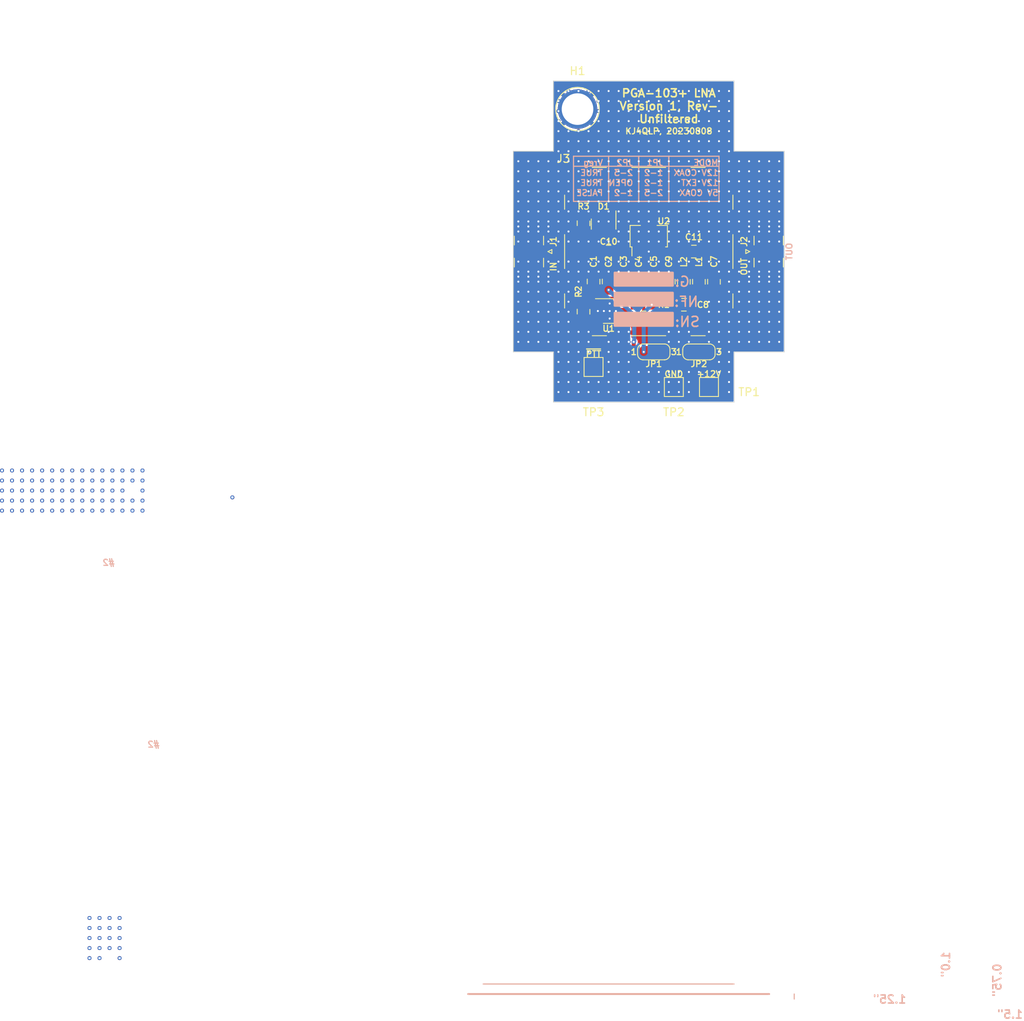
<source format=kicad_pcb>
(kicad_pcb (version 20221018) (generator pcbnew)
  (title_block (title "PGA-103+ Preamplifier, Version 1") (date "2023-08-08") (rev "-") (company "VTGS, GSN-DSA") (comment 1 "Preamplifier for VHF/UHF Satellite Rx") (comment 2 "creativecommons.org/licenses/by/4.0/") (comment 3 "License: CC BY 4.0") (comment 4 "Author: Zach Leffke, KJ4QLP"))
  (layers (0 "F.Cu" signal) (31 "B.Cu" signal) (34 "B.Paste" user) (35 "F.Paste" user) (36 "B.SilkS" user "B.Silkscreen") (37 "F.SilkS" user "F.Silkscreen") (38 "B.Mask" user) (39 "F.Mask" user) (44 "Edge.Cuts" user))
  (net 0 "")
  (net 1 "+12V")
  (net 2 "GND")
  (net 3 "Net-(U1-BP)")
  (net 4 "Net-(JP1-C)")
  (net 5 "Net-(J1-In)")
  (net 6 "+5V")
  (net 7 "Net-(JP1-B)")
  (net 8 "Net-(J2-In)")
  (net 9 "Net-(C10-Pad2)")
  (net 10 "Net-(JP2-C)")
  (net 11 "Net-(U1-EN)")
  (net 12 "Net-(U1-OUT)")
  (net 13 "Net-(C11-Pad1)")
  (footprint "digikey-footprints:0805" (layer "F.Cu") (at 120.65 63.881 180)
    (fp_text reference "C8")
    (fp_text value "0.1uF")
  )
  (footprint "digikey-footprints:0805" (layer "F.Cu") (at 107.95 64.77 -90)
    (fp_text reference "R2")
    (fp_text value "100k")
  )
  (footprint "digikey-footprints:0805" (layer "F.Cu") (at 124.46 60.96 90)
    (fp_text reference "C7")
    (fp_text value "1000pF")
  )
  (footprint "digikey-footprints:0805" (layer "F.Cu") (at 109.22 60.96 -90)
    (fp_text reference "C1")
    (fp_text value "1.0uF")
  )
  (footprint "Jumper:SolderJumper-3_P1.3mm_Open_RoundedPad1.0x1.5mm_NumberLabels" (layer "F.Cu") (at 122.555 69.85)
    (fp_text reference "JP2")
    (fp_text value "bias-tee")
  )
  (footprint "digikey-footprints:0805" (layer "F.Cu") (at 113.03 60.96 -90)
    (fp_text reference "C3")
    (fp_text value "0.1uF")
  )
  (footprint "digikey-footprints:0805" (layer "F.Cu") (at 111.125 57.15)
    (fp_text reference "C10")
    (fp_text value "1000pF")
  )
  (footprint "digikey-footprints:0805" (layer "F.Cu") (at 116.84 60.96 -90)
    (fp_text reference "C5")
    (fp_text value "1.0uF")
  )
  (footprint "TestPoint:TestPoint_Pad_2.0x2.0mm" (layer "F.Cu") (at 123.825 74.295)
    (fp_text reference "TP1")
    (fp_text value "+12V")
  )
  (footprint "Jumper:SolderJumper-3_P1.3mm_Open_RoundedPad1.0x1.5mm_NumberLabels" (layer "F.Cu") (at 116.84 69.85)
    (fp_text reference "JP1")
    (fp_text value "bias-tee")
  )
  (footprint "Connector_Coaxial:SMA_Samtec_SMA-J-P-X-ST-EM1_EdgeMount" (layer "F.Cu") (at 131.245 57.15 90)
    (fp_text reference "J2")
    (fp_text value "RF_OUT")
  )
  (footprint "Connector_Coaxial:SMA_Samtec_SMA-J-P-X-ST-EM1_EdgeMount" (layer "F.Cu") (at 101.1825 57.15 -90)
    (fp_text reference "J1")
    (fp_text value "RF_IN")
  )
  (footprint "digikey-footprints:0805" (layer "F.Cu") (at 111.125 60.96 -90)
    (fp_text reference "C2")
    (fp_text value "0.1uF")
  )
  (footprint "digikey-footprints:0805" (layer "F.Cu") (at 121.92 57.15)
    (fp_text reference "C11")
    (fp_text value "1000pF")
  )
  (footprint "digikey-footprints:0805" (layer "F.Cu") (at 115.57 65.659 180)
    (fp_text reference "C6")
    (fp_text value "0.1uF")
  )
  (footprint "digikey-footprints:0805" (layer "F.Cu") (at 120.65 60.96 90)
    (fp_text reference "L2")
    (fp_text value "56nH")
  )
  (footprint "TestPoint:TestPoint_Plated_Hole_D4.0mm" (layer "F.Cu") (at 107.188 39.116)
    (fp_text reference "H1")
    (fp_text value "Hole")
  )
  (footprint "digikey-footprints:0805" (layer "F.Cu") (at 114.935 60.96 -90)
    (fp_text reference "C4")
    (fp_text value "10uF")
  )
  (footprint "digikey-footprints:0805" (layer "F.Cu") (at 122.555 60.96 90)
    (fp_text reference "L1")
    (fp_text value "470uH")
  )
  (footprint "digikey-footprints:0805" (layer "F.Cu") (at 115.57 63.881)
    (fp_text reference "R1")
    (fp_text value "10")
  )
  (footprint "Package_TO_SOT_SMD:SOT-23-5" (layer "F.Cu") (at 111.2575 64.675)
    (fp_text reference "U1")
    (fp_text value "SPX3819M5-L-5-0")
  )
  (footprint "Package_TO_SOT_SMD:SOT-23" (layer "F.Cu") (at 110.49 53.6725 -90)
    (fp_text reference "D1")
    (fp_text value "BAV99")
  )
  (footprint "digikey-footprints:0805" (layer "F.Cu") (at 107.95 53.56 90)
    (fp_text reference "R3")
    (fp_text value "DNP")
  )
  (footprint "TestPoint:TestPoint_Pad_2.0x2.0mm" (layer "F.Cu") (at 109.22 71.755)
    (fp_text reference "TP3")
    (fp_text value "PTT")
  )
  (footprint "TestPoint:TestPoint_Pad_2.0x2.0mm" (layer "F.Cu") (at 119.38 74.295)
    (fp_text reference "TP2")
    (fp_text value "GND")
  )
  (footprint "Package_TO_SOT_SMD:SOT-89-3" (layer "F.Cu") (at 116.205 55.2 90)
    (fp_text reference "U2")
    (fp_text value "PGA-103")
  )
  (footprint "RF_Shielding:Wuerth_36103205_20x20mm" (layer "F.Cu") (at 116.205 57.15)
    (fp_text reference "J3")
    (fp_text value "RFShield_TwoPieces")
  )
  (footprint "digikey-footprints:0805" (layer "F.Cu") (at 118.745 60.96 -90)
    (fp_text reference "C9")
    (fp_text value "1000pF")
  )
  (gr_line (start 106.68 45.085) (end 125.095 45.085) (stroke (width 0.15)) (layer "B.SilkS"))
  (gr_line (start 118.745 45.085) (end 118.745 50.8) (stroke (width 0.15)) (layer "B.SilkS"))
  (gr_line (start 125.095 46.355) (end 106.68 46.355) (stroke (width 0.15)) (layer "B.SilkS"))
  (gr_line (start 125.095 50.8) (end 106.68 50.8) (stroke (width 0.15)) (layer "B.SilkS"))
  (gr_line (start 106.68 50.8) (end 106.68 45.085) (stroke (width 0.15)) (layer "B.SilkS"))
  (gr_line (start 125.095 45.085) (end 125.095 50.8) (stroke (width 0.15)) (layer "B.SilkS"))
  (gr_line (start 93.345 151.13) (end 131.445 151.13) (stroke (width 0.254)) (layer "B.SilkS"))
  (gr_line (start 134.62 151.13) (end 134.62 151.765) (stroke (width 0.15)) (layer "B.SilkS"))
  (gr_line (start 95.25 149.86) (end 127 149.86) (stroke (width 0.15)) (layer "B.SilkS"))
  (gr_line (start 111.125 45.085) (end 111.125 50.8) (stroke (width 0.15)) (layer "B.SilkS"))
  (gr_line (start 114.935 50.8) (end 114.935 45.085) (stroke (width 0.15)) (layer "B.SilkS"))
  (gr_line (start 104.14 35.56) (end 104.14 44.45) (stroke (width 0.1)) (layer "Edge.Cuts"))
  (gr_line (start 104.14 76.2) (end 104.14 69.85) (stroke (width 0.1)) (layer "Edge.Cuts"))
  (gr_line (start 133.35 44.45) (end 127 44.45) (stroke (width 0.1)) (layer "Edge.Cuts"))
  (gr_line (start 127 35.56) (end 127 44.45) (stroke (width 0.1)) (layer "Edge.Cuts"))
  (gr_line (start 104.14 69.85) (end 99.06 69.85) (stroke (width 0.1)) (layer "Edge.Cuts"))
  (gr_line (start 133.35 69.85) (end 127 69.85) (stroke (width 0.1)) (layer "Edge.Cuts"))
  (gr_line (start 99.06 44.45) (end 99.06 69.85) (stroke (width 0.1)) (layer "Edge.Cuts"))
  (gr_line (start 104.14 44.45) (end 99.06 44.45) (stroke (width 0.1)) (layer "Edge.Cuts"))
  (gr_line (start 127 76.2) (end 127 69.85) (stroke (width 0.1)) (layer "Edge.Cuts"))
  (gr_line (start 104.14 35.56) (end 127 35.56) (stroke (width 0.1)) (layer "Edge.Cuts"))
  (gr_line (start 104.14 76.2) (end 127 76.2) (stroke (width 0.1)) (layer "Edge.Cuts"))
  (gr_line (start 133.35 44.45) (end 133.35 69.85) (stroke (width 0.1)) (layer "Edge.Cuts"))
  (gr_text "TRUE" (at 110.49 47.625) (layer "B.SilkS") (effects (font (size 0.762 0.762) (thickness 0.1524) bold) (justify left bottom mirror)))
  (gr_text "1-2" (at 114.3 50.165) (layer "B.SilkS") (effects (font (size 0.762 0.762) (thickness 0.1524) bold) (justify left bottom mirror)))
  (gr_text "5V COAX" (at 125.095 50.165) (layer "B.SilkS") (effects (font (size 0.762 0.762) (thickness 0.1524) bold) (justify left bottom mirror)))
  (gr_text "1-2" (at 118.11 47.625) (layer "B.SilkS") (effects (font (size 0.762 0.762) (thickness 0.1524) bold) (justify left bottom mirror)))
  (gr_text "2-3" (at 118.11 50.165) (layer "B.SilkS") (effects (font (size 0.762 0.762) (thickness 0.1524) bold) (justify left bottom mirror)))
  (gr_text "G:" (at 119.38 60.96) (layer "B.SilkS") (effects (font (size 1.27 1.27) (thickness 0.2032)) (justify right mirror)))
  (gr_text "JP2" (at 114.3 46.355) (layer "B.SilkS") (effects (font (size 0.762 0.762) (thickness 0.1524) bold) (justify left bottom mirror)))
  (gr_text "0.75{dblquote}" (at 160.909 149.3774 90) (layer "B.SilkS") (effects (font (size 1.016 1.016) (thickness 0.2032) bold) (justify bottom mirror)))
  (gr_text "SN:" (at 119.38 66.04) (layer "B.SilkS") (effects (font (size 1.27 1.27) (thickness 0.2032)) (justify right mirror)))
  (gr_text "FALSE" (at 110.49 50.165) (layer "B.SilkS") (effects (font (size 0.762 0.762) (thickness 0.1524) bold) (justify left bottom mirror)))
  (gr_text "1.25{dblquote}" (at 146.685 152.4) (layer "B.SilkS") (effects (font (size 1.016 1.016) (thickness 0.2032) bold) (justify bottom mirror)))
  (gr_text "1.0{dblquote}" (at 154.4066 147.3962 90) (layer "B.SilkS") (effects (font (size 1.016 1.016) (thickness 0.2032) bold) (justify bottom mirror)))
  (gr_text "MODE" (at 125.095 46.355) (layer "B.SilkS") (effects (font (size 0.762 0.762) (thickness 0.1524) bold) (justify left bottom mirror)))
  (gr_text "1.5{dblquote}" (at 161.925 154.305) (layer "B.SilkS") (effects (font (size 1.016 1.016) (thickness 0.2032) bold) (justify bottom mirror)))
  (gr_text "12V COAX" (at 125.095 47.625) (layer "B.SilkS") (effects (font (size 0.762 0.762) (thickness 0.1524) bold) (justify left bottom mirror)))
  (gr_text "Vreg" (at 110.49 46.355) (layer "B.SilkS") (effects (font (size 0.762 0.762) (thickness 0.1524) bold) (justify left bottom mirror)))
  (gr_text "NF:" (at 119.3038 63.5) (layer "B.SilkS") (effects (font (size 1.27 1.27) (thickness 0.2032)) (justify right mirror)))
  (gr_text "#2" (at 46.99 96.52) (layer "B.SilkS") (effects (font (size 0.762 0.762) (thickness 0.1524) bold) (justify right mirror)))
  (gr_text "JP1" (at 118.11 46.355) (layer "B.SilkS") (effects (font (size 0.762 0.762) (thickness 0.1524) bold) (justify left bottom mirror)))
  (gr_text "#2" (at 52.6796 119.5324) (layer "B.SilkS") (effects (font (size 0.762 0.762) (thickness 0.1524) bold) (justify right mirror)))
  (gr_text "2-3" (at 114.3 47.625) (layer "B.SilkS") (effects (font (size 0.762 0.762) (thickness 0.1524) bold) (justify left bottom mirror)))
  (gr_text "OUT" (at 133.985 57.15 90) (layer "B.SilkS") (effects (font (size 0.762 0.762) (thickness 0.1524) bold) (justify mirror)))
  (gr_text "12V EXT" (at 125.095 48.895) (layer "B.SilkS") (effects (font (size 0.762 0.762) (thickness 0.1524) bold) (justify left bottom mirror)))
  (gr_text "OPEN" (at 114.3 48.895) (layer "B.SilkS") (effects (font (size 0.762 0.762) (thickness 0.1524) bold) (justify left bottom mirror)))
  (gr_text "1-2" (at 118.11 48.895) (layer "B.SilkS") (effects (font (size 0.762 0.762) (thickness 0.1524) bold) (justify left bottom mirror)))
  (gr_text "TRUE" (at 110.49 48.895) (layer "B.SilkS") (effects (font (size 0.762 0.762) (thickness 0.1524) bold) (justify left bottom mirror)))
  (gr_text "IN" (at 104.14 59.055 90) (layer "F.SilkS") (effects (font (size 0.762 0.762) (thickness 0.1524) bold)))
  (gr_text "+12V" (at 123.825 73.095) (layer "F.SilkS") (effects (font (size 0.762 0.762) (thickness 0.1524) bold) (justify bottom)))
  (gr_text "GND" (at 119.38 73.095) (layer "F.SilkS") (effects (font (size 0.762 0.762) (thickness 0.1524) bold) (justify bottom)))
  (gr_text "KJ4QLP, 20230808" (at 118.745 41.91) (layer "F.SilkS") (effects (font (size 0.762 0.762) (thickness 0.1524) bold)))
  (gr_text "~{PTT}" (at 109.22 70.555) (layer "F.SilkS") (effects (font (size 0.762 0.762) (thickness 0.1524) bold) (justify bottom)))
  (gr_text "PGA-103+ LNA\nVersion 1, Rev-\nUnfiltered" (at 118.745 38.735) (layer "F.SilkS") (effects (font (size 1.016 1.016) (thickness 0.2032) bold)))
  (gr_text "OUT" (at 128.27 59.055 90) (layer "F.SilkS") (effects (font (size 0.762 0.762) (thickness 0.1524) bold)))
  (segment (start 123.825 71.755) (end 123.825 69.88) (width 0.508) (layer "F.Cu") (net 1))
  (segment (start 109.22 62.01) (end 109.22 63.725) (width 0.508) (layer "F.Cu") (net 1))
  (segment (start 114.935 71.12) (end 114.3 70.485) (width 0.508) (layer "F.Cu") (net 1))
  (segment (start 123.825 69.88) (end 123.855 69.85) (width 0.508) (layer "F.Cu") (net 1))
  (segment (start 107.955 63.725) (end 107.95 63.72) (width 0.508) (layer "F.Cu") (net 1))
  (segment (start 110.12 63.725) (end 109.22 63.725) (width 0.508) (layer "F.Cu") (net 1))
  (segment (start 123.825 71.12) (end 114.935 71.12) (width 0.508) (layer "F.Cu") (net 1))
  (segment (start 111.125 62.01) (end 109.22 62.01) (width 1.016) (layer "F.Cu") (net 1))
  (segment (start 123.825 74.295) (end 123.825 71.755) (width 0.508) (layer "F.Cu") (net 1))
  (segment (start 114.3 70.485) (end 114.3 68.58) (width 0.508) (layer "F.Cu") (net 1))
  (segment (start 109.22 63.725) (end 107.955 63.725) (width 0.508) (layer "F.Cu") (net 1))
  (via (at 114.3 68.58) (size 0.508) (drill 0.254) (layers "F.Cu" "B.Cu") (net 1))
  (via (at 111.125 62.01) (size 0.508) (drill 0.254) (layers "F.Cu" "B.Cu") (net 1))
  (segment (start 114.3 68.58) (end 114.373 68.507) (width 0.508) (layer "B.Cu") (net 1))
  (segment (start 114.373 68.507) (end 114.373 65.258) (width 0.508) (layer "B.Cu") (net 1))
  (segment (start 114.373 65.258) (end 111.125 62.01) (width 0.508) (layer "B.Cu") (net 1))
  (via (at 108.585 49.53) (size 0.508) (drill 0.254) (layers "F.Cu" "B.Cu") (net 2))
  (via (at 111.125 72.39) (size 0.508) (drill 0.254) (layers "F.Cu" "B.Cu") (net 2))
  (via (at 123.825 40.64) (size 0.508) (drill 0.254) (layers "F.Cu" "B.Cu") (net 2))
  (via (at 116.205 46.99) (size 0.508) (drill 0.254) (layers "F.Cu" "B.Cu") (net 2))
  (via (at 126.365 71.12) (size 0.508) (drill 0.254) (layers "F.Cu" "B.Cu") (net 2))
  (via (at 103.505 60.325) (size 0.508) (drill 0.254) (layers "F.Cu" "B.Cu") (net 2))
  (via (at 120.015 39.37) (size 0.508) (drill 0.254) (layers "F.Cu" "B.Cu") (net 2))
  (via (at 35.6108 88.6714) (size 0.508) (drill 0.254) (layers "F.Cu" "B.Cu") (net 2))
  (via (at 49.2252 145.3134) (size 0.508) (drill 0.254) (layers "F.Cu" "B.Cu") (net 2))
  (via (at 132.715 52.07) (size 0.508) (drill 0.254) (layers "F.Cu" "B.Cu") (net 2))
  (via (at 104.775 38.1) (size 0.508) (drill 0.254) (layers "F.Cu" "B.Cu") (net 2))
  (via (at 117.475 74.93) (size 0.508) (drill 0.254) (layers "F.Cu" "B.Cu") (net 2))
  (via (at 120.015 36.83) (size 0.508) (drill 0.254) (layers "F.Cu" "B.Cu") (net 2))
  (via (at 106.045 46.99) (size 0.508) (drill 0.254) (layers "F.Cu" "B.Cu") (net 2))
  (via (at 109.855 50.8) (size 0.508) (drill 0.254) (layers "F.Cu" "B.Cu") (net 2))
  (via (at 128.905 68.58) (size 0.508) (drill 0.254) (layers "F.Cu" "B.Cu") (net 2))
  (via (at 106.045 62.23) (size 0.508) (drill 0.254) (layers "F.Cu" "B.Cu") (net 2))
  (via (at 52.1208 88.6714) (size 0.508) (drill 0.254) (layers "F.Cu" "B.Cu") (net 2))
  (via (at 132.715 60.96) (size 0.508) (drill 0.254) (layers "F.Cu" "B.Cu") (net 2))
  (via (at 111.125 39.37) (size 0.508) (drill 0.254) (layers "F.Cu" "B.Cu") (net 2))
  (via (at 44.5008 88.6714) (size 0.508) (drill 0.254) (layers "F.Cu" "B.Cu") (net 2))
  (via (at 117.475 40.64) (size 0.508) (drill 0.254) (layers "F.Cu" "B.Cu") (net 2))
  (via (at 130.175 63.5) (size 0.508) (drill 0.254) (layers "F.Cu" "B.Cu") (net 2))
  (via (at 118.745 59.69) (size 0.508) (drill 0.254) (layers "F.Cu" "B.Cu") (net 2))
  (via (at 103.505 64.77) (size 0.508) (drill 0.254) (layers "F.Cu" "B.Cu") (net 2))
  (via (at 116.205 57.15) (size 0.508) (drill 0.254) (layers "F.Cu" "B.Cu") (net 2))
  (via (at 126.365 68.58) (size 0.508) (drill 0.254) (layers "F.Cu" "B.Cu") (net 2))
  (via (at 126.365 39.37) (size 0.508) (drill 0.254) (layers "F.Cu" "B.Cu") (net 2))
  (via (at 116.205 49.53) (size 0.508) (drill 0.254) (layers "F.Cu" "B.Cu") (net 2))
  (via (at 130.175 50.8) (size 0.508) (drill 0.254) (layers "F.Cu" "B.Cu") (net 2))
  (via (at 126.365 49.53) (size 0.508) (drill 0.254) (layers "F.Cu" "B.Cu") (net 2))
  (via (at 109.855 36.83) (size 0.508) (drill 0.254) (layers "F.Cu" "B.Cu") (net 2))
  (via (at 132.715 62.23) (size 0.508) (drill 0.254) (layers "F.Cu" "B.Cu") (net 2))
  (via (at 127.635 48.26) (size 0.508) (drill 0.254) (layers "F.Cu" "B.Cu") (net 2))
  (via (at 125.095 48.26) (size 0.508) (drill 0.254) (layers "F.Cu" "B.Cu") (net 2))
  (via (at 126.365 59.69) (size 0.508) (drill 0.254) (layers "F.Cu" "B.Cu") (net 2))
  (via (at 125.095 58.42) (size 0.508) (drill 0.254) (layers "F.Cu" "B.Cu") (net 2))
  (via (at 117.475 53.34) (size 0.508) (drill 0.254) (layers "F.Cu" "B.Cu") (net 2))
  (via (at 118.745 36.83) (size 0.508) (drill 0.254) (layers "F.Cu" "B.Cu") (net 2))
  (via (at 116.205 41.91) (size 0.508) (drill 0.254) (layers "F.Cu" "B.Cu") (net 2))
  (via (at 104.775 53.34) (size 0.508) (drill 0.254) (layers "F.Cu" "B.Cu") (net 2))
  (via (at 122.555 55.88) (size 0.508) (drill 0.254) (layers "F.Cu" "B.Cu") (net 2))
  (via (at 125.095 52.07) (size 0.508) (drill 0.254) (layers "F.Cu" "B.Cu") (net 2))
  (via (at 117.475 54.61) (size 0.508) (drill 0.254) (layers "F.Cu" "B.Cu") (net 2))
  (via (at 109.855 74.93) (size 0.508) (drill 0.254) (layers "F.Cu" "B.Cu") (net 2))
  (via (at 120.015 55.88) (size 0.508) (drill 0.254) (layers "F.Cu" "B.Cu") (net 2))
  (via (at 100.965 62.23) (size 0.508) (drill 0.254) (layers "F.Cu" "B.Cu") (net 2))
  (via (at 126.365 43.18) (size 0.508) (drill 0.254) (layers "F.Cu" "B.Cu") (net 2))
  (via (at 125.095 44.45) (size 0.508) (drill 0.254) (layers "F.Cu" "B.Cu") (net 2))
  (via (at 122.555 36.83) (size 0.508) (drill 0.254) (layers "F.Cu" "B.Cu") (net 2))
  (via (at 111.125 49.53) (size 0.508) (drill 0.254) (layers "F.Cu" "B.Cu") (net 2))
  (via (at 104.775 59.69) (size 0.508) (drill 0.254) (layers "F.Cu" "B.Cu") (net 2))
  (via (at 50.8508 89.9414) (size 0.508) (drill 0.254) (layers "F.Cu" "B.Cu") (net 2))
  (via (at 116.205 48.26) (size 0.508) (drill 0.254) (layers "F.Cu" "B.Cu") (net 2))
  (via (at 120.015 72.39) (size 0.508) (drill 0.254) (layers "F.Cu" "B.Cu") (net 2))
  (via (at 102.235 59.69) (size 0.508) (drill 0.254) (layers "F.Cu" "B.Cu") (net 2))
  (via (at 114.935 36.83) (size 0.508) (drill 0.254) (layers "F.Cu" "B.Cu") (net 2))
  (via (at 100.965 64.77) (size 0.508) (drill 0.254) (layers "F.Cu" "B.Cu") (net 2))
  (via (at 103.505 63.5) (size 0.508) (drill 0.254) (layers "F.Cu" "B.Cu") (net 2))
  (via (at 109.855 46.99) (size 0.508) (drill 0.254) (layers "F.Cu" "B.Cu") (net 2))
  (via (at 47.0408 86.1314) (size 0.508) (drill 0.254) (layers "F.Cu" "B.Cu") (net 2))
  (via (at 113.665 43.18) (size 0.508) (drill 0.254) (layers "F.Cu" "B.Cu") (net 2))
  (via (at 104.775 49.53) (size 0.508) (drill 0.254) (layers "F.Cu" "B.Cu") (net 2))
  (via (at 104.775 48.26) (size 0.508) (drill 0.254) (layers "F.Cu" "B.Cu") (net 2))
  (via (at 108.585 43.18) (size 0.508) (drill 0.254) (layers "F.Cu" "B.Cu") (net 2))
  (via (at 120.015 49.53) (size 0.508) (drill 0.254) (layers "F.Cu" "B.Cu") (net 2))
  (via (at 114.935 74.93) (size 0.508) (drill 0.254) (layers "F.Cu" "B.Cu") (net 2))
  (via (at 130.175 49.53) (size 0.508) (drill 0.254) (layers "F.Cu" "B.Cu") (net 2))
  (via (at 108.585 41.91) (size 0.508) (drill 0.254) (layers "F.Cu" "B.Cu") (net 2))
  (via (at 109.762 64.675) (size 0.508) (drill 0.254) (layers "F.Cu" "B.Cu") (net 2))
  (via (at 127.635 45.72) (size 0.508) (drill 0.254) (layers "F.Cu" "B.Cu") (net 2))
  (via (at 120.015 46.99) (size 0.508) (drill 0.254) (layers "F.Cu" "B.Cu") (net 2))
  (via (at 45.7708 84.8614) (size 0.508) (drill 0.254) (layers "F.Cu" "B.Cu") (net 2))
  (via (at 123.825 63.5) (size 0.508) (drill 0.254) (layers "F.Cu" "B.Cu") (net 2))
  (via (at 113.665 69.85) (size 0.508) (drill 0.254) (layers "F.Cu" "B.Cu") (net 2))
  (via (at 131.445 63.5) (size 0.508) (drill 0.254) (layers "F.Cu" "B.Cu") (net 2))
  (via (at 47.9552 145.3134) (size 0.508) (drill 0.254) (layers "F.Cu" "B.Cu") (net 2))
  (via (at 112.395 38.1) (size 0.508) (drill 0.254) (layers "F.Cu" "B.Cu") (net 2))
  (via (at 107.315 45.72) (size 0.508) (drill 0.254) (layers "F.Cu" "B.Cu") (net 2))
  (via (at 123.825 43.18) (size 0.508) (drill 0.254) (layers "F.Cu" "B.Cu") (net 2))
  (via (at 131.445 54.61) (size 0.508) (drill 0.254) (layers "F.Cu" "B.Cu") (net 2))
  (via (at 99.695 68.58) (size 0.508) (drill 0.254) (layers "F.Cu" "B.Cu") (net 2))
  (via (at 121.285 41.91) (size 0.508) (drill 0.254) (layers "F.Cu" "B.Cu") (net 2))
  (via (at 123.825 66.04) (size 0.508) (drill 0.254) (layers "F.Cu" "B.Cu") (net 2))
  (via (at 45.4152 145.3134) (size 0.508) (drill 0.254) (layers "F.Cu" "B.Cu") (net 2))
  (via (at 113.665 49.53) (size 0.508) (drill 0.254) (layers "F.Cu" "B.Cu") (net 2))
  (via (at 117.475 46.99) (size 0.508) (drill 0.254) (layers "F.Cu" "B.Cu") (net 2))
  (via (at 125.095 54.61) (size 0.508) (drill 0.254) (layers "F.Cu" "B.Cu") (net 2))
  (via (at 106.045 59.69) (size 0.508) (drill 0.254) (layers "F.Cu" "B.Cu") (net 2))
  (via (at 103.505 67.31) (size 0.508) (drill 0.254) (layers "F.Cu" "B.Cu") (net 2))
  (via (at 103.505 52.07) (size 0.508) (drill 0.254) (layers "F.Cu" "B.Cu") (net 2))
  (via (at 107.315 73.66) (size 0.508) (drill 0.254) (layers "F.Cu" "B.Cu") (net 2))
  (via (at 111.125 52.07) (size 0.508) (drill 0.254) (layers "F.Cu" "B.Cu") (net 2))
  (via (at 114.935 40.64) (size 0.508) (drill 0.254) (layers "F.Cu" "B.Cu") (net 2))
  (via (at 103.505 45.72) (size 0.508) (drill 0.254) (layers "F.Cu" "B.Cu") (net 2))
  (via (at 117.475 52.07) (size 0.508) (drill 0.254) (layers "F.Cu" "B.Cu") (net 2))
  (via (at 99.695 52.07) (size 0.508) (drill 0.254) (layers "F.Cu" "B.Cu") (net 2))
  (via (at 39.4208 89.9414) (size 0.508) (drill 0.254) (layers "F.Cu" "B.Cu") (net 2))
  (via (at 46.6852 145.3134) (size 0.508) (drill 0.254) (layers "F.Cu" "B.Cu") (net 2))
  (via (at 36.8808 87.4014) (size 0.508) (drill 0.254) (layers "F.Cu" "B.Cu") (net 2))
  (via (at 131.445 59.69) (size 0.508) (drill 0.254) (layers "F.Cu" "B.Cu") (net 2))
  (via (at 106.045 67.31) (size 0.508) (drill 0.254) (layers "F.Cu" "B.Cu") (net 2))
  (via (at 130.175 64.77) (size 0.508) (drill 0.254) (layers "F.Cu" "B.Cu") (net 2))
  (via (at 130.175 54.61) (size 0.508) (drill 0.254) (layers "F.Cu" "B.Cu") (net 2))
  (via (at 128.905 63.5) (size 0.508) (drill 0.254) (layers "F.Cu" "B.Cu") (net 2))
  (via (at 122.555 41.91) (size 0.508) (drill 0.254) (layers "F.Cu" "B.Cu") (net 2))
  (via (at 35.6108 84.8614) (size 0.508) (drill 0.254) (layers "F.Cu" "B.Cu") (net 2))
  (via (at 47.0408 88.6714) (size 0.508) (drill 0.254) (layers "F.Cu" "B.Cu") (net 2))
  (via (at 131.445 49.53) (size 0.508) (drill 0.254) (layers "F.Cu" "B.Cu") (net 2))
  (via (at 106.045 41.91) (size 0.508) (drill 0.254) (layers "F.Cu" "B.Cu") (net 2))
  (via (at 39.4208 84.8614) (size 0.508) (drill 0.254) (layers "F.Cu" "B.Cu") (net 2))
  (via (at 132.715 67.31) (size 0.508) (drill 0.254) (layers "F.Cu" "B.Cu") (net 2))
  (via (at 107.315 62.23) (size 0.508) (drill 0.254) (layers "F.Cu" "B.Cu") (net 2))
  (via (at 130.175 52.07) (size 0.508) (drill 0.254) (layers "F.Cu" "B.Cu") (net 2))
  (via (at 103.505 55.88) (size 0.508) (drill 0.254) (layers "F.Cu" "B.Cu") (net 2))
  (via (at 106.045 55.88) (size 0.508) (drill 0.254) (layers "F.Cu" "B.Cu") (net 2))
  (via (at 131.445 62.23) (size 0.508) (drill 0.254) (layers "F.Cu" "B.Cu") (net 2))
  (via (at 112.395 53.34) (size 0.508) (drill 0.254) (layers "F.Cu" "B.Cu") (net 2))
  (via (at 127.635 60.96) (size 0.508) (drill 0.254) (layers "F.Cu" "B.Cu") (net 2))
  (via (at 121.285 73.66) (size 0.508) (drill 0.254) (layers "F.Cu" "B.Cu") (net 2))
  (via (at 126.365 58.42) (size 0.508) (drill 0.254) (layers "F.Cu" "B.Cu") (net 2))
  (via (at 108.585 45.72) (size 0.508) (drill 0.254) (layers "F.Cu" "B.Cu") (net 2))
  (via (at 48.3108 84.8614) (size 0.508) (drill 0.254) (layers "F.Cu" "B.Cu") (net 2))
  (via (at 128.905 45.72) (size 0.508) (drill 0.254) (layers "F.Cu" "B.Cu") (net 2))
  (via (at 126.365 64.77) (size 0.508) (drill 0.254) (layers "F.Cu" "B.Cu") (net 2))
  (via (at 130.175 53.34) (size 0.508) (drill 0.254) (layers "F.Cu" "B.Cu") (net 2))
  (via (at 47.0408 84.8614) (size 0.508) (drill 0.254) (layers "F.Cu" "B.Cu") (net 2))
  (via (at 111.125 48.26) (size 0.508) (drill 0.254) (layers "F.Cu" "B.Cu") (net 2))
  (via (at 122.555 52.07) (size 0.508) (drill 0.254) (layers "F.Cu" "B.Cu") (net 2))
  (via (at 113.665 74.93) (size 0.508) (drill 0.254) (layers "F.Cu" "B.Cu") (net 2))
  (via (at 121.285 67.31) (size 0.508) (drill 0.254) (layers "F.Cu" "B.Cu") (net 2))
  (via (at 122.555 38.1) (size 0.508) (drill 0.254) (layers "F.Cu" "B.Cu") (net 2))
  (via (at 112.395 73.66) (size 0.508) (drill 0.254) (layers "F.Cu" "B.Cu") (net 2))
  (via (at 107.315 71.12) (size 0.508) (drill 0.254) (layers "F.Cu" "B.Cu") (net 2))
  (via (at 100.965 60.325) (size 0.508) (drill 0.254) (layers "F.Cu" "B.Cu") (net 2))
  (via (at 41.9608 87.4014) (size 0.508) (drill 0.254) (layers "F.Cu" "B.Cu") (net 2))
  (via (at 121.285 38.1) (size 0.508) (drill 0.254) (layers "F.Cu" "B.Cu") (net 2))
  (via (at 100.965 46.99) (size 0.508) (drill 0.254) (layers "F.Cu" "B.Cu") (net 2))
  (via (at 125.095 45.72) (size 0.508) (drill 0.254) (layers "F.Cu" "B.Cu") (net 2))
  (via (at 118.745 74.93) (size 0.508) (drill 0.254) (layers "F.Cu" "B.Cu") (net 2))
  (via (at 46.6852 144.0434) (size 0.508) (drill 0.254) (layers "F.Cu" "B.Cu") (net 2))
  (via (at 107.315 41.91) (size 0.508) (drill 0.254) (layers "F.Cu" "B.Cu") (net 2))
  (via (at 118.745 43.18) (size 0.508) (drill 0.254) (layers "F.Cu" "B.Cu") (net 2))
  (via (at 112.395 59.69) (size 0.508) (drill 0.254) (layers "F.Cu" "B.Cu") (net 2))
  (via (at 106.045 50.8) (size 0.508) (drill 0.254) (layers "F.Cu" "B.Cu") (net 2))
  (via (at 128.905 53.34) (size 0.508) (drill 0.254) (layers "F.Cu" "B.Cu") (net 2))
  (via (at 107.315 68.58) (size 0.508) (drill 0.254) (layers "F.Cu" "B.Cu") (net 2))
  (via (at 107.315 46.99) (size 0.508) (drill 0.254) (layers "F.Cu" "B.Cu") (net 2))
  (via (at 121.285 53.34) (size 0.508) (drill 0.254) (layers "F.Cu" "B.Cu") (net 2))
  (via (at 46.6852 146.5834) (size 0.508) (drill 0.254) (layers "F.Cu" "B.Cu") (net 2))
  (via (at 107.315 48.26) (size 0.508) (drill 0.254) (layers "F.Cu" "B.Cu") (net 2))
  (via (at 100.965 58.42) (size 0.508) (drill 0.254) (layers "F.Cu" "B.Cu") (net 2))
  (via (at 106.045 58.42) (size 0.508) (drill 0.254) (layers "F.Cu" "B.Cu") (net 2))
  (via (at 113.665 58.42) (size 0.508) (drill 0.254) (layers "F.Cu" "B.Cu") (net 2))
  (via (at 48.3108 89.9414) (size 0.508) (drill 0.254) (layers "F.Cu" "B.Cu") (net 2))
  (via (at 123.825 53.34) (size 0.508) (drill 0.254) (layers "F.Cu" "B.Cu") (net 2))
  (via (at 131.445 58.42) (size 0.508) (drill 0.254) (layers "F.Cu" "B.Cu") (net 2))
  (via (at 122.555 40.64) (size 0.508) (drill 0.254) (layers "F.Cu" "B.Cu") (net 2))
  (via (at 111.125 74.93) (size 0.508) (drill 0.254) (layers "F.Cu" "B.Cu") (net 2))
  (via (at 122.555 45.72) (size 0.508) (drill 0.254) (layers "F.Cu" "B.Cu") (net 2))
  (via (at 116.205 72.39) (size 0.508) (drill 0.254) (layers "F.Cu" "B.Cu") (net 2))
  (via (at 48.3108 86.1314) (size 0.508) (drill 0.254) (layers "F.Cu" "B.Cu") (net 2))
  (via (at 103.505 53.34) (size 0.508) (drill 0.254) (layers "F.Cu" "B.Cu") (net 2))
  (via (at 123.825 68.58) (size 0.508) (drill 0.254) (layers "F.Cu" "B.Cu") (net 2))
  (via (at 113.665 41.91) (size 0.508) (drill 0.254) (layers "F.Cu" "B.Cu") (net 2))
  (via (at 116.205 39.37) (size 0.508) (drill 0.254) (layers "F.Cu" "B.Cu") (net 2))
  (via (at 111.2575 63.725) (size 0.508) (drill 0.254) (layers "F.Cu" "B.Cu") (net 2))
  (via (at 121.285 39.37) (size 0.508) (drill 0.254) (layers "F.Cu" "B.Cu") (net 2))
  (via (at 102.235 54.61) (size 0.508) (drill 0.254) (layers "F.Cu" "B.Cu") (net 2))
  (via (at 45.7708 88.6714) (size 0.508) (drill 0.254) (layers "F.Cu" "B.Cu") (net 2))
  (via (at 132.715 64.77) (size 0.508) (drill 0.254) (layers "F.Cu" "B.Cu") (net 2))
  (via (at 113.665 55.88) (size 0.508) (drill 0.254) (layers "F.Cu" "B.Cu") (net 2))
  (via (at 113.665 54.61) (size 0.508) (drill 0.254) (layers "F.Cu" "B.Cu") (net 2))
  (via (at 106.045 43.18) (size 0.508) (drill 0.254) (layers "F.Cu" "B.Cu") (net 2))
  (via (at 116.205 38.1) (size 0.508) (drill 0.254) (layers "F.Cu" "B.Cu") (net 2))
  (via (at 130.175 55.88) (size 0.508) (drill 0.254) (layers "F.Cu" "B.Cu") (net 2))
  (via (at 117.475 38.1) (size 0.508) (drill 0.254) (layers "F.Cu" "B.Cu") (net 2))
  (via (at 120.015 50.8) (size 0.508) (drill 0.254) (layers "F.Cu" "B.Cu") (net 2))
  (via (at 106.045 68.58) (size 0.508) (drill 0.254) (layers "F.Cu" "B.Cu") (net 2))
  (via (at 112.395 41.91) (size 0.508) (drill 0.254) (layers "F.Cu" "B.Cu") (net 2))
  (via (at 35.6108 87.4014) (size 0.508) (drill 0.254) (layers "F.Cu" "B.Cu") (net 2))
  (via (at 123.825 38.1) (size 0.508) (drill 0.254) (layers "F.Cu" "B.Cu") (net 2))
  (via (at 120.015 73.66) (size 0.508) (drill 0.254) (layers "F.Cu" "B.Cu") (net 2))
  (via (at 120.015 53.34) (size 0.508) (drill 0.254) (layers "F.Cu" "B.Cu") (net 2))
  (via (at 116.205 54.61) (size 0.508) (drill 0.254) (layers "F.Cu" "B.Cu") (net 2))
  (via (at 132.715 53.975) (size 0.508) (drill 0.254) (layers "F.Cu" "B.Cu") (net 2))
  (via (at 49.2252 144.0434) (size 0.508) (drill 0.254) (layers "F.Cu" "B.Cu") (net 2))
  (via (at 114.935 49.53) (size 0.508) (drill 0.254) (layers "F.Cu" "B.Cu") (net 2))
  (via (at 132.715 58.42) (size 0.508) (drill 0.254) (layers "F.Cu" "B.Cu") (net 2))
  (via (at 45.4152 141.5034) (size 0.508) (drill 0.254) (layers "F.Cu" "B.Cu") (net 2))
  (via (at 99.695 45.72) (size 0.508) (drill 0.254) (layers "F.Cu" "B.Cu") (net 2))
  (via (at 116.205 59.69) (size 0.508) (drill 0.254) (layers "F.Cu" "B.Cu") (net 2))
  (via (at 109.855 53.34) (size 0.508) (drill 0.254) (layers "F.Cu" "B.Cu") (net 2))
  (via (at 128.905 49.53) (size 0.508) (drill 0.254) (layers "F.Cu" "B.Cu") (net 2))
  (via (at 107.315 69.85) (size 0.508) (drill 0.254) (layers "F.Cu" "B.Cu") (net 2))
  (via (at 99.695 58.42) (size 0.508) (drill 0.254) (layers "F.Cu" "B.Cu") (net 2))
  (via (at 106.045 49.53) (size 0.508) (drill 0.254) (layers "F.Cu" "B.Cu") (net 2))
  (via (at 132.715 55.88) (size 0.508) (drill 0.254) (layers "F.Cu" "B.Cu") (net 2))
  (via (at 104.775 67.31) (size 0.508) (drill 0.254) (layers "F.Cu" "B.Cu") (net 2))
  (via (at 112.395 68.58) (size 0.508) (drill 0.254) (layers "F.Cu" "B.Cu") (net 2))
  (via (at 110.524 64.675) (size 0.508) (drill 0.254) (layers "F.Cu" "B.Cu") (net 2))
  (via (at 128.905 58.42) (size 0.508) (drill 0.254) (layers "F.Cu" "B.Cu") (net 2))
  (via (at 121.285 45.72) (size 0.508) (drill 0.254) (layers "F.Cu" "B.Cu") (net 2))
  (via (at 99.695 59.69) (size 0.508) (drill 0.254) (layers "F.Cu" "B.Cu") (net 2))
  (via (at 128.905 62.23) (size 0.508) (drill 0.254) (layers "F.Cu" "B.Cu") (net 2))
  (via (at 100.965 53.34) (size 0.508) (drill 0.254) (layers "F.Cu" "B.Cu") (net 2))
  (via (at 127.635 64.77) (size 0.508) (drill 0.254) (layers "F.Cu" "B.Cu") (net 2))
  (via (at 126.365 53.34) (size 0.508) (drill 0.254) (layers "F.Cu" "B.Cu") (net 2))
  (via (at 106.045 74.93) (size 0.508) (drill 0.254) (layers "F.Cu" "B.Cu") (net 2))
  (via (at 125.095 55.88) (size 0.508) (drill 0.254) (layers "F.Cu" "B.Cu") (net 2))
  (via (at 123.825 44.45) (size 0.508) (drill 0.254) (layers "F.Cu" "B.Cu") (net 2))
  (via (at 126.365 46.99) (size 0.508) (drill 0.254) (layers "F.Cu" "B.Cu") (net 2))
  (via (at 109.855 49.53) (size 0.508) (drill 0.254) (layers "F.Cu" "B.Cu") (net 2))
  (via (at 123.825 64.77) (size 0.508) (drill 0.254) (layers "F.Cu" "B.Cu") (net 2))
  (via (at 111.125 53.34) (size 0.508) (drill 0.254) (layers "F.Cu" "B.Cu") (net 2))
  (via (at 130.175 48.26) (size 0.508) (drill 0.254) (layers "F.Cu" "B.Cu") (net 2))
  (via (at 113.665 38.1) (size 0.508) (drill 0.254) (layers "F.Cu" "B.Cu") (net 2))
  (via (at 123.825 52.07) (size 0.508) (drill 0.254) (layers "F.Cu" "B.Cu") (net 2))
  (via (at 117.475 39.37) (size 0.508) (drill 0.254) (layers "F.Cu" "B.Cu") (net 2))
  (via (at 117.475 58.42) (size 0.508) (drill 0.254) (layers "F.Cu" "B.Cu") (net 2))
  (via (at 47.9552 142.7734) (size 0.508) (drill 0.254) (layers "F.Cu" "B.Cu") (net 2))
  (via (at 113.665 67.31) (size 0.508) (drill 0.254) (layers "F.Cu" "B.Cu") (net 2))
  (via (at 122.555 46.99) (size 0.508) (drill 0.254) (layers "F.Cu" "B.Cu") (net 2))
  (via (at 121.285 36.83) (size 0.508) (drill 0.254) (layers "F.Cu" "B.Cu") (net 2))
  (via (at 132.715 60.325) (size 0.508) (drill 0.254) (layers "F.Cu" "B.Cu") (net 2))
  (via (at 113.665 50.8) (size 0.508) (drill 0.254) (layers "F.Cu" "B.Cu") (net 2))
  (via (at 104.775 46.99) (size 0.508) (drill 0.254) (layers "F.Cu" "B.Cu") (net 2))
  (via (at 109.855 45.72) (size 0.508) (drill 0.254) (layers "F.Cu" "B.Cu") (net 2))
  (via (at 132.715 46.99) (size 0.508) (drill 0.254) (layers "F.Cu" "B.Cu") (net 2))
  (via (at 106.045 66.04) (size 0.508) (drill 0.254) (layers "F.Cu" "B.Cu") (net 2))
  (via (at 122.555 39.37) (size 0.508) (drill 0.254) (layers "F.Cu" "B.Cu") (net 2))
  (via (at 102.235 60.96) (size 0.508) (drill 0.254) (layers "F.Cu" "B.Cu") (net 2))
  (via (at 125.095 72.39) (size 0.508) (drill 0.254) (layers "F.Cu" "B.Cu") (net 2))
  (via (at 113.665 52.07) (size 0.508) (drill 0.254) (layers "F.Cu" "B.Cu") (net 2))
  (via (at 45.4152 144.0434) (size 0.508) (drill 0.254) (layers "F.Cu" "B.Cu") (net 2))
  (via (at 118.745 58.42) (size 0.508) (drill 0.254) (layers "F.Cu" "B.Cu") (net 2))
  (via (at 100.965 68.58) (size 0.508) (drill 0.254) (layers "F.Cu" "B.Cu") (net 2))
  (via (at 125.095 67.31) (size 0.508) (drill 0.254) (layers "F.Cu" "B.Cu") (net 2))
  (via (at 126.365 74.93) (size 0.508) (drill 0.254) (layers "F.Cu" "B.Cu") (net 2))
  (via (at 112.395 74.93) (size 0.508) (drill 0.254) (layers "F.Cu" "B.Cu") (net 2))
  (via (at 103.505 53.975) (size 0.508) (drill 0.254) (layers "F.Cu" "B.Cu") (net 2))
  (via (at 114.935 53.34) (size 0.508) (drill 0.254) (layers "F.Cu" "B.Cu") (net 2))
  (via (at 131.445 46.99) (size 0.508) (drill 0.254) (layers "F.Cu" "B.Cu") (net 2))
  (via (at 118.745 53.34) (size 0.508) (drill 0.254) (layers "F.Cu" "B.Cu") (net 2))
  (via (at 111.125 45.72) (size 0.508) (drill 0.254) (layers "F.Cu" "B.Cu") (net 2))
  (via (at 102.235 63.5) (size 0.508) (drill 0.254) (layers "F.Cu" "B.Cu") (net 2))
  (via (at 117.475 36.83) (size 0.508) (drill 0.254) (layers "F.Cu" "B.Cu") (net 2))
  (via (at 100.965 60.96) (size 0.508) (drill 0.254) (layers "F.Cu" "B.Cu") (net 2))
  (via (at 127.635 67.31) (size 0.508) (drill 0.254) (layers "F.Cu" "B.Cu") (net 2))
  (via (at 50.8508 86.1314) (size 0.508) (drill 0.254) (layers "F.Cu" "B.Cu") (net 2))
  (via (at 122.555 48.26) (size 0.508) (drill 0.254) (layers "F.Cu" "B.Cu") (net 2))
  (via (at 120.015 58.42) (size 0.508) (drill 0.254) (layers "F.Cu" "B.Cu") (net 2))
  (via (at 34.3408 88.6714) (size 0.508) (drill 0.254) (layers "F.Cu" "B.Cu") (net 2))
  (via (at 36.8808 86.1314) (size 0.508) (drill 0.254) (layers "F.Cu" "B.Cu") (net 2))
  (via (at 38.1508 86.1314) (size 0.508) (drill 0.254) (layers "F.Cu" "B.Cu") (net 2))
  (via (at 103.505 59.69) (size 0.508) (drill 0.254) (layers "F.Cu" "B.Cu") (net 2))
  (via (at 126.365 41.91) (size 0.508) (drill 0.254) (layers "F.Cu" "B.Cu") (net 2))
  (via (at 116.205 44.45) (size 0.508) (drill 0.254) (layers "F.Cu" "B.Cu") (net 2))
  (via (at 100.965 48.26) (size 0.508) (drill 0.254) (layers "F.Cu" "B.Cu") (net 2))
  (via (at 104.775 43.18) (size 0.508) (drill 0.254) (layers "F.Cu" "B.Cu") (net 2))
  (via (at 109.855 39.37) (size 0.508) (drill 0.254) (layers "F.Cu" "B.Cu") (net 2))
  (via (at 102.235 60.325) (size 0.508) (drill 0.254) (layers "F.Cu" "B.Cu") (net 2))
  (via (at 47.9552 144.0434) (size 0.508) (drill 0.254) (layers "F.Cu" "B.Cu") (net 2))
  (via (at 36.8808 84.8614) (size 0.508) (drill 0.254) (layers "F.Cu" "B.Cu") (net 2))
  (via (at 113.665 48.26) (size 0.508) (drill 0.254) (layers "F.Cu" "B.Cu") (net 2))
  (via (at 109.855 55.88) (size 0.508) (drill 0.254) (layers "F.Cu" "B.Cu") (net 2))
  (via (at 132.715 68.58) (size 0.508) (drill 0.254) (layers "F.Cu" "B.Cu") (net 2))
  (via (at 111.125 43.18) (size 0.508) (drill 0.254) (layers "F.Cu" "B.Cu") (net 2))
  (via (at 120.015 52.07) (size 0.508) (drill 0.254) (layers "F.Cu" "B.Cu") (net 2))
  (via (at 45.7708 86.1314) (size 0.508) (drill 0.254) (layers "F.Cu" "B.Cu") (net 2))
  (via (at 106.045 48.26) (size 0.508) (drill 0.254) (layers "F.Cu" "B.Cu") (net 2))
  (via (at 104.775 55.88) (size 0.508) (drill 0.254) (layers "F.Cu" "B.Cu") (net 2))
  (via (at 116.205 50.8) (size 0.508) (drill 0.254) (layers "F.Cu" "B.Cu") (net 2))
  (via (at 116.205 55.88) (size 0.508) (drill 0.254) (layers "F.Cu" "B.Cu") (net 2))
  (via (at 118.745 55.88) (size 0.508) (drill 0.254) (layers "F.Cu" "B.Cu") (net 2))
  (via (at 38.1508 88.6714) (size 0.508) (drill 0.254) (layers "F.Cu" "B.Cu") (net 2))
  (via (at 118.745 44.45) (size 0.508) (drill 0.254) (layers "F.Cu" "B.Cu") (net 2))
  (via (at 99.695 48.26) (size 0.508) (drill 0.254) (layers "F.Cu" "B.Cu") (net 2))
  (via (at 107.315 55.88) (size 0.508) (drill 0.254) (layers "F.Cu" "B.Cu") (net 2))
  (via (at 117.475 49.53) (size 0.508) (drill 0.254) (layers "F.Cu" "B.Cu") (net 2))
  (via (at 107.315 59.69) (size 0.508) (drill 0.254) (layers "F.Cu" "B.Cu") (net 2))
  (via (at 125.095 69.85) (size 0.508) (drill 0.254) (layers "F.Cu" "B.Cu") (net 2))
  (via (at 104.775 66.04) (size 0.508) (drill 0.254) (layers "F.Cu" "B.Cu") (net 2))
  (via (at 125.095 46.99) (size 0.508) (drill 0.254) (layers "F.Cu" "B.Cu") (net 2))
  (via (at 125.095 39.37) (size 0.508) (drill 0.254) (layers "F.Cu" "B.Cu") (net 2))
  (via (at 130.175 62.23) (size 0.508) (drill 0.254) (layers "F.Cu" "B.Cu") (net 2))
  (via (at 108.585 48.26) (size 0.508) (drill 0.254) (layers "F.Cu" "B.Cu") (net 2))
  (via (at 117.475 43.18) (size 0.508) (drill 0.254) (layers "F.Cu" "B.Cu") (net 2))
  (via (at 49.2252 142.7734) (size 0.508) (drill 0.254) (layers "F.Cu" "B.Cu") (net 2))
  (via (at 121.285 46.99) (size 0.508) (drill 0.254) (layers "F.Cu" "B.Cu") (net 2))
  (via (at 100.965 63.5) (size 0.508) (drill 0.254) (layers "F.Cu" "B.Cu") (net 2))
  (via (at 107.315 36.83) (size 0.508) (drill 0.254) (layers "F.Cu" "B.Cu") (net 2))
  (via (at 128.905 60.325) (size 0.508) (drill 0.254) (layers "F.Cu" "B.Cu") (net 2))
  (via (at 125.095 50.8) (size 0.508) (drill 0.254) (layers "F.Cu" "B.Cu") (net 2))
  (via (at 104.775 62.23) (size 0.508) (drill 0.254) (layers "F.Cu" "B.Cu") (net 2))
  (via (at 121.285 68.58) (size 0.508) (drill 0.254) (layers "F.Cu" "B.Cu") (net 2))
  (via (at 127.635 52.07) (size 0.508) (drill 0.254) (layers "F.Cu" "B.Cu") (net 2))
  (via (at 114.935 48.26) (size 0.508) (drill 0.254) (layers "F.Cu" "B.Cu") (net 2))
  (via (at 131.445 68.58) (size 0.508) (drill 0.254) (layers "F.Cu" "B.Cu") (net 2))
  (via (at 132.715 54.61) (size 0.508) (drill 0.254) (layers "F.Cu" "B.Cu") (net 2))
  (via (at 108.585 46.99) (size 0.508) (drill 0.254) (layers "F.Cu" "B.Cu") (net 2))
  (via (at 109.855 73.66) (size 0.508) (drill 0.254) (layers "F.Cu" "B.Cu") (net 2))
  (via (at 121.285 58.42) (size 0.508) (drill 0.254) (layers "F.Cu" "B.Cu") (net 2))
  (via (at 106.045 54.61) (size 0.508) (drill 0.254) (layers "F.Cu" "B.Cu") (net 2))
  (via (at 122.555 49.53) (size 0.508) (drill 0.254) (layers "F.Cu" "B.Cu") (net 2))
  (via (at 112.395 48.26) (size 0.508) (drill 0.254) (layers "F.Cu" "B.Cu") (net 2))
  (via (at 113.665 59.69) (size 0.508) (drill 0.254) (layers "F.Cu" "B.Cu") (net 2))
  (via (at 111.125 68.58) (size 0.508) (drill 0.254) (layers "F.Cu" "B.Cu") (net 2))
  (via (at 106.045 52.07) (size 0.508) (drill 0.254) (layers "F.Cu" "B.Cu") (net 2))
  (via (at 46.6852 141.5034) (size 0.508) (drill 0.254) (layers "F.Cu" "B.Cu") (net 2))
  (via (at 116.205 74.93) (size 0.508) (drill 0.254) (layers "F.Cu" "B.Cu") (net 2))
  (via (at 127.635 50.8) (size 0.508) (drill 0.254) (layers "F.Cu" "B.Cu") (net 2))
  (via (at 104.775 60.96) (size 0.508) (drill 0.254) (layers "F.Cu" "B.Cu") (net 2))
  (via (at 109.855 44.45) (size 0.508) (drill 0.254) (layers "F.Cu" "B.Cu") (net 2))
  (via (at 109.855 38.1) (size 0.508) (drill 0.254) (layers "F.Cu" "B.Cu") (net 2))
  (via (at 100.965 67.31) (size 0.508) (drill 0.254) (layers "F.Cu" "B.Cu") (net 2))
  (via (at 102.235 49.53) (size 0.508) (drill 0.254) (layers "F.Cu" "B.Cu") (net 2))
  (via (at 127.635 68.58) (size 0.508) (drill 0.254) (layers "F.Cu" "B.Cu") (net 2))
  (via (at 109.855 43.18) (size 0.508) (drill 0.254) (layers "F.Cu" "B.Cu") (net 2))
  (via (at 128.905 46.99) (size 0.508) (drill 0.254) (layers "F.Cu" "B.Cu") (net 2))
  (via (at 118.745 45.72) (size 0.508) (drill 0.254) (layers "F.Cu" "B.Cu") (net 2))
  (via (at 130.175 68.58) (size 0.508) (drill 0.254) (layers "F.Cu" "B.Cu") (net 2))
  (via (at 120.015 67.31) (size 0.508) (drill 0.254) (layers "F.Cu" "B.Cu") (net 2))
  (via (at 46.6852 142.7734) (size 0.508) (drill 0.254) (layers "F.Cu" "B.Cu") (net 2))
  (via (at 104.775 52.07) (size 0.508) (drill 0.254) (layers "F.Cu" "B.Cu") (net 2))
  (via (at 45.4152 146.5834) (size 0.508) (drill 0.254) (layers "F.Cu" "B.Cu") (net 2))
  (via (at 122.555 43.18) (size 0.508) (drill 0.254) (layers "F.Cu" "B.Cu") (net 2))
  (via (at 104.775 44.45) (size 0.508) (drill 0.254) (layers "F.Cu" "B.Cu") (net 2))
  (via (at 118.745 72.39) (size 0.508) (drill 0.254) (layers "F.Cu" "B.Cu") (net 2))
  (via (at 118.745 68.58) (size 0.508) (drill 0.254) (layers "F.Cu" "B.Cu") (net 2))
  (via (at 131.445 48.26) (size 0.508) (drill 0.254) (layers "F.Cu" "B.Cu") (net 2))
  (via (at 104.775 72.39) (size 0.508) (drill 0.254) (layers "F.Cu" "B.Cu") (net 2))
  (via (at 111.125 50.8) (size 0.508) (drill 0.254) (layers "F.Cu" "B.Cu") (net 2))
  (via (at 113.665 44.45) (size 0.508) (drill 0.254) (layers "F.Cu" "B.Cu") (net 2))
  (via (at 50.8508 88.6714) (size 0.508) (drill 0.254) (layers "F.Cu" "B.Cu") (net 2))
  (via (at 44.5008 86.1314) (size 0.508) (drill 0.254) (layers "F.Cu" "B.Cu") (net 2))
  (via (at 125.095 59.69) (size 0.508) (drill 0.254) (layers "F.Cu" "B.Cu") (net 2))
  (via (at 128.905 66.04) (size 0.508) (drill 0.254) (layers "F.Cu" "B.Cu") (net 2))
  (via (at 106.045 63.5) (size 0.508) (drill 0.254) (layers "F.Cu" "B.Cu") (net 2))
  (via (at 127.635 53.34) (size 0.508) (drill 0.254) (layers "F.Cu" "B.Cu") (net 2))
  (via (at 127.635 59.69) (size 0.508) (drill 0.254) (layers "F.Cu" "B.Cu") (net 2))
  (via (at 100.965 55.88) (size 0.508) (drill 0.254) (layers "F.Cu" "B.Cu") (net 2))
  (via (at 38.1508 89.9414) (size 0.508) (drill 0.254) (layers "F.Cu" "B.Cu") (net 2))
  (via (at 127.635 62.23) (size 0.508) (drill 0.254) (layers "F.Cu" "B.Cu") (net 2))
  (via (at 99.695 64.77) (size 0.508) (drill 0.254) (layers "F.Cu" "B.Cu") (net 2))
  (via (at 128.905 64.77) (size 0.508) (drill 0.254) (layers "F.Cu" "B.Cu") (net 2))
  (via (at 107.315 72.39) (size 0.508) (drill 0.254) (layers "F.Cu" "B.Cu") (net 2))
  (via (at 111.125 40.64) (size 0.508) (drill 0.254) (layers "F.Cu" "B.Cu") (net 2))
  (via (at 123.825 55.88) (size 0.508) (drill 0.254) (layers "F.Cu" "B.Cu") (net 2))
  (via (at 120.015 43.18) (size 0.508) (drill 0.254) (layers "F.Cu" "B.Cu") (net 2))
  (via (at 111.125 38.1) (size 0.508) (drill 0.254) (layers "F.Cu" "B.Cu") (net 2))
  (via (at 121.285 50.8) (size 0.508) (drill 0.254) (layers "F.Cu" "B.Cu") (net 2))
  (via (at 112.395 67.31) (size 0.508) (drill 0.254) (layers "F.Cu" "B.Cu") (net 2))
  (via (at 116.205 52.07) (size 0.508) (drill 0.254) (layers "F.Cu" "B.Cu") (net 2))
  (via (at 116.205 45.72) (size 0.508) (drill 0.254) (layers "F.Cu" "B.Cu") (net 2))
  (via (at 116.205 53.34) (size 0.508) (drill 0.254) (layers "F.Cu" "B.Cu") (net 2))
  (via (at 99.695 46.99) (size 0.508) (drill 0.254) (layers "F.Cu" "B.Cu") (net 2))
  (via (at 106.045 53.34) (size 0.508) (drill 0.254) (layers "F.Cu" "B.Cu") (net 2))
  (via (at 107.315 58.42) (size 0.508) (drill 0.254) (layers "F.Cu" "B.Cu") (net 2))
  (via (at 118.745 54.61) (size 0.508) (drill 0.254) (layers "F.Cu" "B.Cu") (net 2))
  (via (at 113.665 46.99) (size 0.508) (drill 0.254) (layers "F.Cu" "B.Cu") (net 2))
  (via (at 108.585 52.07) (size 0.508) (drill 0.254) (layers "F.Cu" "B.Cu") (net 2))
  (via (at 104.775 74.93) (size 0.508) (drill 0.254) (layers "F.Cu" "B.Cu") (net 2))
  (via (at 131.445 64.77) (size 0.508) (drill 0.254) (layers "F.Cu" "B.Cu") (net 2))
  (via (at 100.965 53.975) (size 0.508) (drill 0.254) (layers "F.Cu" "B.Cu") (net 2))
  (via (at 114.935 38.1) (size 0.508) (drill 0.254) (layers "F.Cu" "B.Cu") (net 2))
  (via (at 107.315 52.07) (size 0.508) (drill 0.254) (layers "F.Cu" "B.Cu") (net 2))
  (via (at 113.665 36.83) (size 0.508) (drill 0.254) (layers "F.Cu" "B.Cu") (net 2))
  (via (at 112.395 71.12) (size 0.508) (drill 0.254) (layers "F.Cu" "B.Cu") (net 2))
  (via (at 112.048 64.675) (size 0.508) (drill 0.254) (layers "F.Cu" "B.Cu") (net 2))
  (via (at 103.505 54.61) (size 0.508) (drill 0.254) (layers "F.Cu" "B.Cu") (net 2))
  (via (at 112.395 43.18) (size 0.508) (drill 0.254) (layers "F.Cu" "B.Cu") (net 2))
  (via (at 116.205 73.66) (size 0.508) (drill 0.254) (layers "F.Cu" "B.Cu") (net 2))
  (via (at 125.095 41.91) (size 0.508) (drill 0.254) (layers "F.Cu" "B.Cu") (net 2))
  (via (at 106.045 69.85) (size 0.508) (drill 0.254) (layers "F.Cu" "B.Cu") (net 2))
  (via (at 118.745 52.07) (size 0.508) (drill 0.254) (layers "F.Cu" "B.Cu") (net 2))
  (via (at 126.365 44.45) (size 0.508) (drill 0.254) (layers "F.Cu" "B.Cu") (net 2))
  (via (at 102.235 50.8) (size 0.508) (drill 0.254) (layers "F.Cu" "B.Cu") (net 2))
  (via (at 118.745 67.31) (size 0.508) (drill 0.254) (layers "F.Cu" "B.Cu") (net 2))
  (via (at 45.4152 142.7734) (size 0.508) (drill 0.254) (layers "F.Cu" "B.Cu") (net 2))
  (via (at 120.015 68.58) (size 0.508) (drill 0.254) (layers "F.Cu" "B.Cu") (net 2))
  (via (at 99.695 60.325) (size 0.508) (drill 0.254) (layers "F.Cu" "B.Cu") (net 2))
  (via (at 99.695 50.8) (size 0.508) (drill 0.254) (layers "F.Cu" "B.Cu") (net 2))
  (via (at 43.2308 87.4014) (size 0.508) (drill 0.254) (layers "F.Cu" "B.Cu") (net 2))
  (via (at 100.965 49.53) (size 0.508) (drill 0.254) (layers "F.Cu" "B.Cu") (net 2))
  (via (at 43.2308 88.6714) (size 0.508) (drill 0.254) (layers "F.Cu" "B.Cu") (net 2))
  (via (at 130.175 53.975) (size 0.508) (drill 0.254) (layers "F.Cu" "B.Cu") (net 2))
  (via (at 125.095 43.18) (size 0.508) (drill 0.254) (layers "F.Cu" "B.Cu") (net 2))
  (via (at 112.395 52.07) (size 0.508) (drill 0.254) (layers "F.Cu" "B.Cu") (net 2))
  (via (at 116.205 36.83) (size 0.508) (drill 0.254) (layers "F.Cu" "B.Cu") (net 2))
  (via (at 100.965 52.07) (size 0.508) (drill 0.254) (layers "F.Cu" "B.Cu") (net 2))
  (via (at 127.635 66.04) (size 0.508) (drill 0.254) (layers "F.Cu" "B.Cu") (net 2))
  (via (at 126.365 73.66) (size 0.508) (drill 0.254) (layers "F.Cu" "B.Cu") (net 2))
  (via (at 126.365 40.64) (size 0.508) (drill 0.254) (layers "F.Cu" "B.Cu") (net 2))
  (via (at 114.935 58.42) (size 0.508) (drill 0.254) (layers "F.Cu" "B.Cu") (net 2))
  (via (at 49.5808 86.1314) (size 0.508) (drill 0.254) (layers "F.Cu" "B.Cu") (net 2))
  (via (at 120.015 45.72) (size 0.508) (drill 0.254) (layers "F.Cu" "B.Cu") (net 2))
  (via (at 100.965 59.69) (size 0.508) (drill 0.254) (layers "F.Cu" "B.Cu") (net 2))
  (via (at 43.2308 86.1314) (size 0.508) (drill 0.254) (layers "F.Cu" "B.Cu") (net 2))
  (via (at 47.0408 87.4014) (size 0.508) (drill 0.254) (layers "F.Cu" "B.Cu") (net 2))
  (via (at 120.015 44.45) (size 0.508) (drill 0.254) (layers "F.Cu" "B.Cu") (net 2))
  (via (at 120.015 54.61) (size 0.508) (drill 0.254) (layers "F.Cu" "B.Cu") (net 2))
  (via (at 34.3408 87.4014) (size 0.508) (drill 0.254) (layers "F.Cu" "B.Cu") (net 2))
  (via (at 99.695 53.34) (size 0.508) (drill 0.254) (layers "F.Cu" "B.Cu") (net 2))
  (via (at 120.015 48.26) (size 0.508) (drill 0.254) (layers "F.Cu" "B.Cu") (net 2))
  (via (at 112.395 36.83) (size 0.508) (drill 0.254) (layers "F.Cu" "B.Cu") (net 2))
  (via (at 122.555 50.8) (size 0.508) (drill 0.254) (layers "F.Cu" "B.Cu") (net 2))
  (via (at 117.475 73.66) (size 0.508) (drill 0.254) (layers "F.Cu" "B.Cu") (net 2))
  (via (at 112.395 54.61) (size 0.508) (drill 0.254) (layers "F.Cu" "B.Cu") (net 2))
  (via (at 128.905 50.8) (size 0.508) (drill 0.254) (layers "F.Cu" "B.Cu") (net 2))
  (via (at 131.445 45.72) (size 0.508) (drill 0.254) (layers "F.Cu" "B.Cu") (net 2))
  (via (at 102.235 64.77) (size 0.508) (drill 0.254) (layers "F.Cu" "B.Cu") (net 2))
  (via (at 48.3108 88.6714) (size 0.508) (drill 0.254) (layers "F.Cu" "B.Cu") (net 2))
  (via (at 123.825 46.99) (size 0.508) (drill 0.254) (layers "F.Cu" "B.Cu") (net 2))
  (via (at 123.825 67.31) (size 0.508) (drill 0.254) (layers "F.Cu" "B.Cu") (net 2))
  (via (at 114.935 59.69) (size 0.508) (drill 0.254) (layers "F.Cu" "B.Cu") (net 2))
  (via (at 104.775 45.72) (size 0.508) (drill 0.254) (layers "F.Cu" "B.Cu") (net 2))
  (via (at 113.665 72.39) (size 0.508) (drill 0.254) (layers "F.Cu" "B.Cu") (net 2))
  (via (at 114.935 39.37) (size 0.508) (drill 0.254) (layers "F.Cu" "B.Cu") (net 2))
  (via (at 121.285 43.18) (size 0.508) (drill 0.254) (layers "F.Cu" "B.Cu") (net 2))
  (via (at 112.395 44.45) (size 0.508) (drill 0.254) (layers "F.Cu" "B.Cu") (net 2))
  (via (at 103.505 62.23) (size 0.508) (drill 0.254) (layers "F.Cu" "B.Cu") (net 2))
  (via (at 104.775 58.42) (size 0.508) (drill 0.254) (layers "F.Cu" "B.Cu") (net 2))
  (via (at 131.445 53.975) (size 0.508) (drill 0.254) (layers "F.Cu" "B.Cu") (net 2))
  (via (at 49.2252 146.5834) (size 0.508) (drill 0.254) (layers "F.Cu" "B.Cu") (net 2))
  (via (at 130.175 45.72) (size 0.508) (drill 0.254) (layers "F.Cu" "B.Cu") (net 2))
  (via (at 103.505 66.04) (size 0.508) (drill 0.254) (layers "F.Cu" "B.Cu") (net 2))
  (via (at 35.6108 86.1314) (size 0.508) (drill 0.254) (layers "F.Cu" "B.Cu") (net 2))
  (via (at 41.9608 84.8614) (size 0.508) (drill 0.254) (layers "F.Cu" "B.Cu") (net 2))
  (via (at 128.905 52.07) (size 0.508) (drill 0.254) (layers "F.Cu" "B.Cu") (net 2))
  (via (at 126.365 66.04) (size 0.508) (drill 0.254) (layers "F.Cu" "B.Cu") (net 2))
  (via (at 123.825 45.72) (size 0.508) (drill 0.254) (layers "F.Cu" "B.Cu") (net 2))
  (via (at 128.905 55.88) (size 0.508) (drill 0.254) (layers "F.Cu" "B.Cu") (net 2))
  (via (at 104.775 73.66) (size 0.508) (drill 0.254) (layers "F.Cu" "B.Cu") (net 2))
  (via (at 44.5008 87.4014) (size 0.508) (drill 0.254) (layers "F.Cu" "B.Cu") (net 2))
  (via (at 123.825 50.8) (size 0.508) (drill 0.254) (layers "F.Cu" "B.Cu") (net 2))
  (via (at 128.905 60.96) (size 0.508) (drill 0.254) (layers "F.Cu" "B.Cu") (net 2))
  (via (at 121.285 54.61) (size 0.508) (drill 0.254) (layers "F.Cu" "B.Cu") (net 2))
  (via (at 40.6908 86.1314) (size 0.508) (drill 0.254) (layers "F.Cu" "B.Cu") (net 2))
  (via (at 34.3408 84.8614) (size 0.508) (drill 0.254) (layers "F.Cu" "B.Cu") (net 2))
  (via (at 102.235 66.04) (size 0.508) (drill 0.254) (layers "F.Cu" "B.Cu") (net 2))
  (via (at 52.1208 84.8614) (size 0.508) (drill 0.254) (layers "F.Cu" "B.Cu") (net 2))
  (via (at 123.825 36.83) (size 0.508) (drill 0.254) (layers "F.Cu" "B.Cu") (net 2))
  (via (at 49.5808 87.4014) (size 0.508) (drill 0.254) (layers "F.Cu" "B.Cu") (net 2))
  (via (at 114.935 52.07) (size 0.508) (drill 0.254) (layers "F.Cu" "B.Cu") (net 2))
  (via (at 41.9608 86.1314) (size 0.508) (drill 0.254) (layers "F.Cu" "B.Cu") (net 2))
  (via (at 113.665 73.66) (size 0.508) (drill 0.254) (layers "F.Cu" "B.Cu") (net 2))
  (via (at 112.395 39.37) (size 0.508) (drill 0.254) (layers "F.Cu" "B.Cu") (net 2))
  (via (at 126.365 60.96) (size 0.508) (drill 0.254) (layers "F.Cu" "B.Cu") (net 2))
  (via (at 106.045 73.66) (size 0.508) (drill 0.254) (layers "F.Cu" "B.Cu") (net 2))
  (via (at 41.9608 89.9414) (size 0.508) (drill 0.254) (layers "F.Cu" "B.Cu") (net 2))
  (via (at 103.505 48.26) (size 0.508) (drill 0.254) (layers "F.Cu" "B.Cu") (net 2))
  (via (at 35.6108 89.9414) (size 0.508) (drill 0.254) (layers "F.Cu" "B.Cu") (net 2))
  (via (at 113.665 39.37) (size 0.508) (drill 0.254) (layers "F.Cu" "B.Cu") (net 2))
  (via (at 102.235 45.72) (size 0.508) (drill 0.254) (layers "F.Cu" "B.Cu") (net 2))
  (via (at 123.825 39.37) (size 0.508) (drill 0.254) (layers "F.Cu" "B.Cu") (net 2))
  (via (at 127.635 46.99) (size 0.508) (drill 0.254) (layers "F.Cu" "B.Cu") (net 2))
  (via (at 104.775 64.77) (size 0.508) (drill 0.254) (layers "F.Cu" "B.Cu") (net 2))
  (via (at 122.555 53.34) (size 0.508) (drill 0.254) (layers "F.Cu" "B.Cu") (net 2))
  (via (at 111.125 36.83) (size 0.508) (drill 0.254) (layers "F.Cu" "B.Cu") (net 2))
  (via (at 114.935 41.91) (size 0.508) (drill 0.254) (layers "F.Cu" "B.Cu") (net 2))
  (via (at 49.5808 89.9414) (size 0.508) (drill 0.254) (layers "F.Cu" "B.Cu") (net 2))
  (via (at 123.825 41.91) (size 0.508) (drill 0.254) (layers "F.Cu" "B.Cu") (net 2))
  (via (at 128.905 53.975) (size 0.508) (drill 0.254) (layers "F.Cu" "B.Cu") (net 2))
  (via (at 102.235 53.975) (size 0.508) (drill 0.254) (layers "F.Cu" "B.Cu") (net 2))
  (via (at 107.315 50.8) (size 0.508) (drill 0.254) (layers "F.Cu" "B.Cu") (net 2))
  (via (at 108.585 36.83) (size 0.508) (drill 0.254) (layers "F.Cu" "B.Cu") (net 2))
  (via (at 126.365 55.88) (size 0.508) (drill 0.254) (layers "F.Cu" "B.Cu") (net 2))
  (via (at 45.7708 89.9414) (size 0.508) (drill 0.254) (layers "F.Cu" "B.Cu") (net 2))
  (via (at 117.475 50.8) (size 0.508) (drill 0.254) (layers "F.Cu" "B.Cu") (net 2))
  (via (at 49.2252 141.5034) (size 0.508) (drill 0.254) (layers "F.Cu" "B.Cu") (net 2))
  (via (at 104.775 39.37) (size 0.508) (drill 0.254) (layers "F.Cu" "B.Cu") (net 2))
  (via (at 131.445 60.325) (size 0.508) (drill 0.254) (layers "F.Cu" "B.Cu") (net 2))
  (via (at 99.695 66.04) (size 0.508) (drill 0.254) (layers "F.Cu" "B.Cu") (net 2))
  (via (at 99.695 55.88) (size 0.508) (drill 0.254) (layers "F.Cu" "B.Cu") (net 2))
  (via (at 106.045 60.96) (size 0.508) (drill 0.254) (layers "F.Cu" "B.Cu") (net 2))
  (via (at 114.935 44.45) (size 0.508) (drill 0.254) (layers "F.Cu" "B.Cu") (net 2))
  (via (at 39.4208 88.6714) (size 0.508) (drill 0.254) (layers "F.Cu" "B.Cu") (net 2))
  (via (at 103.505 49.53) (size 0.508) (drill 0.254) (layers "F.Cu" "B.Cu") (net 2))
  (via (at 120.015 41.91) (size 0.508) (drill 0.254) (layers "F.Cu" "B.Cu") (net 2))
  (via (at 99.695 62.23) (size 0.508) (drill 0.254) (layers "F.Cu" "B.Cu") (net 2))
  (via (at 113.665 71.12) (size 0.508) (drill 0.254) (layers "F.Cu" "B.Cu") (net 2))
  (via (at 106.045 55.88) (size 0.508) (drill 0.254) (layers "F.Cu" "B.Cu") (net 2))
  (via (at 125.095 36.83) (size 0.508) (drill 0.254) (layers "F.Cu" "B.Cu") (net 2))
  (via (at 99.695 67.31) (size 0.508) (drill 0.254) (layers "F.Cu" "B.Cu") (net 2))
  (via (at 111.125 55.88) (size 0.508) (drill 0.254) (layers "F.Cu" "B.Cu") (net 2))
  (via (at 126.365 38.1) (size 0.508) (drill 0.254) (layers "F.Cu" "B.Cu") (net 2))
  (via (at 117.475 48.26) (size 0.508) (drill 0.254) (layers "F.Cu" "B.Cu") (net 2))
  (via (at 111.125 67.31) (size 0.508) (drill 0.254) (layers "F.Cu" "B.Cu") (net 2))
  (via (at 118.745 39.37) (size 0.508) (drill 0.254) (layers "F.Cu" "B.Cu") (net 2))
  (via (at 111.2575 65.63) (size 0.508) (drill 0.254) (layers "F.Cu" "B.Cu") (net 2))
  (via (at 103.505 68.58) (size 0.508) (drill 0.254) (layers "F.Cu" "B.Cu") (net 2))
  (via (at 126.365 45.72) (size 0.508) (drill 0.254) (layers "F.Cu" "B.Cu") (net 2))
  (via (at 128.905 48.26) (size 0.508) (drill 0.254) (layers "F.Cu" "B.Cu") (net 2))
  (via (at 107.315 67.31) (size 0.508) (drill 0.254) (layers "F.Cu" "B.Cu") (net 2))
  (via (at 45.7708 87.4014) (size 0.508) (drill 0.254) (layers "F.Cu" "B.Cu") (net 2))
  (via (at 132.715 66.04) (size 0.508) (drill 0.254) (layers "F.Cu" "B.Cu") (net 2))
  (via (at 108.585 74.93) (size 0.508) (drill 0.254) (layers "F.Cu" "B.Cu") (net 2))
  (via (at 132.715 53.34) (size 0.508) (drill 0.254) (layers "F.Cu" "B.Cu") (net 2))
  (via (at 130.175 58.42) (size 0.508) (drill 0.254) (layers "F.Cu" "B.Cu") (net 2))
  (via (at 132.715 50.8) (size 0.508) (drill 0.254) (layers "F.Cu" "B.Cu") (net 2))
  (via (at 127.635 58.42) (size 0.508) (drill 0.254) (layers "F.Cu" "B.Cu") (net 2))
  (via (at 117.475 44.45) (size 0.508) (drill 0.254) (layers "F.Cu" "B.Cu") (net 2))
  (via (at 130.175 60.96) (size 0.508) (drill 0.254) (layers "F.Cu" "B.Cu") (net 2))
  (via (at 126.365 63.5) (size 0.508) (drill 0.254) (layers "F.Cu" "B.Cu") (net 2))
  (via (at 112.395 45.72) (size 0.508) (drill 0.254) (layers "F.Cu" "B.Cu") (net 2))
  (via (at 36.8808 89.9414) (size 0.508) (drill 0.254) (layers "F.Cu" "B.Cu") (net 2))
  (via (at 104.775 63.5) (size 0.508) (drill 0.254) (layers "F.Cu" "B.Cu") (net 2))
  (via (at 108.585 50.8) (size 0.508) (drill 0.254) (layers "F.Cu" "B.Cu") (net 2))
  (via (at 121.285 72.39) (size 0.508) (drill 0.254) (layers "F.Cu" "B.Cu") (net 2))
  (via (at 108.585 73.66) (size 0.508) (drill 0.254) (layers "F.Cu" "B.Cu") (net 2))
  (via (at 103.505 60.96) (size 0.508) (drill 0.254) (layers "F.Cu" "B.Cu") (net 2))
  (via (at 125.095 63.5) (size 0.508) (drill 0.254) (layers "F.Cu" "B.Cu") (net 2))
  (via (at 130.175 67.31) (size 0.508) (drill 0.254) (layers "F.Cu" "B.Cu") (net 2))
  (via (at 104.775 71.12) (size 0.508) (drill 0.254) (layers "F.Cu" "B.Cu") (net 2))
  (via (at 132.715 45.72) (size 0.508) (drill 0.254) (layers "F.Cu" "B.Cu") (net 2))
  (via (at 99.695 63.5) (size 0.508) (drill 0.254) (layers "F.Cu" "B.Cu") (net 2))
  (via (at 34.3408 89.9414) (size 0.508) (drill 0.254) (layers "F.Cu" "B.Cu") (net 2))
  (via (at 112.395 49.53) (size 0.508) (drill 0.254) (layers "F.Cu" "B.Cu") (net 2))
  (via (at 125.095 40.64) (size 0.508) (drill 0.254) (layers "F.Cu" "B.Cu") (net 2))
  (via (at 111.125 59.69) (size 0.508) (drill 0.254) (layers "F.Cu" "B.Cu") (net 2))
  (via (at 103.505 46.99) (size 0.508) (drill 0.254) (layers "F.Cu" "B.Cu") (net 2))
  (via (at 113.665 53.34) (size 0.508) (drill 0.254) (layers "F.Cu" "B.Cu") (net 2))
  (via (at 112.395 46.99) (size 0.508) (drill 0.254) (layers "F.Cu" "B.Cu") (net 2))
  (via (at 102.235 46.99) (size 0.508) (drill 0.254) (layers "F.Cu" "B.Cu") (net 2))
  (via (at 130.175 60.325) (size 0.508) (drill 0.254) (layers "F.Cu" "B.Cu") (net 2))
  (via (at 102.235 58.42) (size 0.508) (drill 0.254) (layers "F.Cu" "B.Cu") (net 2))
  (via (at 114.935 54.61) (size 0.508) (drill 0.254) (layers "F.Cu" "B.Cu") (net 2))
  (via (at 44.5008 89.9414) (size 0.508) (drill 0.254) (layers "F.Cu" "B.Cu") (net 2))
  (via (at 36.8808 88.6714) (size 0.508) (drill 0.254) (layers "F.Cu" "B.Cu") (net 2))
  (via (at 107.315 60.96) (size 0.508) (drill 0.254) (layers "F.Cu" "B.Cu") (net 2))
  (via (at 121.285 48.26) (size 0.508) (drill 0.254) (layers "F.Cu" "B.Cu") (net 2))
  (via (at 113.665 40.64) (size 0.508) (drill 0.254) (layers "F.Cu" "B.Cu") (net 2))
  (via (at 104.775 41.91) (size 0.508) (drill 0.254) (layers "F.Cu" "B.Cu") (net 2))
  (via (at 125.095 66.04) (size 0.508) (drill 0.254) (layers "F.Cu" "B.Cu") (net 2))
  (via (at 132.715 59.69) (size 0.508) (drill 0.254) (layers "F.Cu" "B.Cu") (net 2))
  (via (at 122.555 72.39) (size 0.508) (drill 0.254) (layers "F.Cu" "B.Cu") (net 2))
  (via (at 47.0408 89.9414) (size 0.508) (drill 0.254) (layers "F.Cu" "B.Cu") (net 2))
  (via (at 122.555 54.61) (size 0.508) (drill 0.254) (layers "F.Cu" "B.Cu") (net 2))
  (via (at 41.9608 88.6714) (size 0.508) (drill 0.254) (layers "F.Cu" "B.Cu") (net 2))
  (via (at 49.5808 88.6714) (size 0.508) (drill 0.254) (layers "F.Cu" "B.Cu") (net 2))
  (via (at 118.745 48.26) (size 0.508) (drill 0.254) (layers "F.Cu" "B.Cu") (net 2))
  (via (at 131.445 60.96) (size 0.508) (drill 0.254) (layers "F.Cu" "B.Cu") (net 2))
  (via (at 104.775 40.64) (size 0.508) (drill 0.254) (layers "F.Cu" "B.Cu") (net 2))
  (via (at 111.125 46.99) (size 0.508) (drill 0.254) (layers "F.Cu" "B.Cu") (net 2))
  (via (at 113.665 68.58) (size 0.508) (drill 0.254) (layers "F.Cu" "B.Cu") (net 2))
  (via (at 111.125 44.45) (size 0.508) (drill 0.254) (layers "F.Cu" "B.Cu") (net 2))
  (via (at 108.585 68.58) (size 0.508) (drill 0.254) (layers "F.Cu" "B.Cu") (net 2))
  (via (at 117.475 41.91) (size 0.508) (drill 0.254) (layers "F.Cu" "B.Cu") (net 2))
  (via (at 108.585 69.85) (size 0.508) (drill 0.254) (layers "F.Cu" "B.Cu") (net 2))
  (via (at 126.365 67.31) (size 0.508) (drill 0.254) (layers "F.Cu" "B.Cu") (net 2))
  (via (at 118.745 40.64) (size 0.508) (drill 0.254) (layers "F.Cu" "B.Cu") (net 2))
  (via (at 117.475 45.72) (size 0.508) (drill 0.254) (layers "F.Cu" "B.Cu") (net 2))
  (via (at 111.125 41.91) (size 0.508) (drill 0.254) (layers "F.Cu" "B.Cu") (net 2))
  (via (at 52.1208 89.9414) (size 0.508) (drill 0.254) (layers "F.Cu" "B.Cu") (net 2))
  (via (at 114.935 43.18) (size 0.508) (drill 0.254) (layers "F.Cu" "B.Cu") (net 2))
  (via (at 130.175 59.69) (size 0.508) (drill 0.254) (layers "F.Cu" "B.Cu") (net 2))
  (via (at 114.935 72.39) (size 0.508) (drill 0.254) (layers "F.Cu" "B.Cu") (net 2))
  (via (at 131.445 53.34) (size 0.508) (drill 0.254) (layers "F.Cu" "B.Cu") (net 2))
  (via (at 108.585 44.45) (size 0.508) (drill 0.254) (layers "F.Cu" "B.Cu") (net 2))
  (via (at 114.935 46.99) (size 0.508) (drill 0.254) (layers "F.Cu" "B.Cu") (net 2))
  (via (at 108.585 58.42) (size 0.508) (drill 0.254) (layers "F.Cu" "B.Cu") (net 2))
  (via (at 40.6908 87.4014) (size 0.508) (drill 0.254) (layers "F.Cu" "B.Cu") (net 2))
  (via (at 108.585 55.88) (size 0.508) (drill 0.254) (layers "F.Cu" "B.Cu") (net 2))
  (via (at 40.6908 89.9414) (size 0.508) (drill 0.254) (layers "F.Cu" "B.Cu") (net 2))
  (via (at 114.935 73.66) (size 0.508) (drill 0.254) (layers "F.Cu" "B.Cu") (net 2))
  (via (at 116.205 40.64) (size 0.508) (drill 0.254) (layers "F.Cu" "B.Cu") (net 2))
  (via (at 128.905 67.31) (size 0.508) (drill 0.254) (layers "F.Cu" "B.Cu") (net 2))
  (via (at 106.045 44.45) (size 0.508) (drill 0.254) (layers "F.Cu" "B.Cu") (net 2))
  (via (at 38.1508 87.4014) (size 0.508) (drill 0.254) (layers "F.Cu" "B.Cu") (net 2))
  (via (at 123.825 49.53) (size 0.508) (drill 0.254) (layers "F.Cu" "B.Cu") (net 2))
  (via (at 117.475 55.88) (size 0.508) (drill 0.254) (layers "F.Cu" "B.Cu") (net 2))
  (via (at 126.365 72.39) (size 0.508) (drill 0.254) (layers "F.Cu" "B.Cu") (net 2))
  (via (at 111.2575 64.675) (size 0.508) (drill 0.254) (layers "F.Cu" "B.Cu") (net 2))
  (via (at 111.125 71.12) (size 0.508) (drill 0.254) (layers "F.Cu" "B.Cu") (net 2))
  (via (at 116.205 43.18) (size 0.508) (drill 0.254) (layers "F.Cu" "B.Cu") (net 2))
  (via (at 43.2308 89.9414) (size 0.508) (drill 0.254) (layers "F.Cu" "B.Cu") (net 2))
  (via (at 114.935 50.8) (size 0.508) (drill 0.254) (layers "F.Cu" "B.Cu") (net 2))
  (via (at 99.695 49.53) (size 0.508) (drill 0.254) (layers "F.Cu" "B.Cu") (net 2))
  (via (at 112.395 58.42) (size 0.508) (drill 0.254) (layers "F.Cu" "B.Cu") (net 2))
  (via (at 104.775 36.83) (size 0.508) (drill 0.254) (layers "F.Cu" "B.Cu") (net 2))
  (via (at 131.445 66.04) (size 0.508) (drill 0.254) (layers "F.Cu" "B.Cu") (net 2))
  (via (at 63.5 88.265) (size 0.508) (drill 0.254) (layers "F.Cu" "B.Cu") (net 2))
  (via (at 121.285 55.88) (size 0.508) (drill 0.254) (layers "F.Cu" "B.Cu") (net 2))
  (via (at 125.095 49.53) (size 0.508) (drill 0.254) (layers "F.Cu" "B.Cu") (net 2))
  (via (at 126.365 52.07) (size 0.508) (drill 0.254) (layers "F.Cu" "B.Cu") (net 2))
  (via (at 109.855 40.64) (size 0.508) (drill 0.254) (layers "F.Cu" "B.Cu") (net 2))
  (via (at 118.745 41.91) (size 0.508) (drill 0.254) (layers "F.Cu" "B.Cu") (net 2))
  (via (at 102.235 48.26) (size 0.508) (drill 0.254) (layers "F.Cu" "B.Cu") (net 2))
  (via (at 118.745 50.8) (size 0.508) (drill 0.254) (layers "F.Cu" "B.Cu") (net 2))
  (via (at 118.745 49.53) (size 0.508) (drill 0.254) (layers "F.Cu" "B.Cu") (net 2))
  (via (at 127.635 55.88) (size 0.508) (drill 0.254) (layers "F.Cu" "B.Cu") (net 2))
  (via (at 123.825 54.61) (size 0.508) (drill 0.254) (layers "F.Cu" "B.Cu") (net 2))
  (via (at 111.125 69.85) (size 0.508) (drill 0.254) (layers "F.Cu" "B.Cu") (net 2))
  (via (at 120.015 38.1) (size 0.508) (drill 0.254) (layers "F.Cu" "B.Cu") (net 2))
  (via (at 130.175 66.04) (size 0.508) (drill 0.254) (layers "F.Cu" "B.Cu") (net 2))
  (via (at 107.315 49.53) (size 0.508) (drill 0.254) (layers "F.Cu" "B.Cu") (net 2))
  (via (at 100.965 45.72) (size 0.508) (drill 0.254) (layers "F.Cu" "B.Cu") (net 2))
  (via (at 52.1208 87.4014) (size 0.508) (drill 0.254) (layers "F.Cu" "B.Cu") (net 2))
  (via (at 111.125 73.66) (size 0.508) (drill 0.254) (layers "F.Cu" "B.Cu") (net 2))
  (via (at 132.715 48.26) (size 0.508) (drill 0.254) (layers "F.Cu" "B.Cu") (net 2))
  (via (at 122.555 44.45) (size 0.508) (drill 0.254) (layers "F.Cu" "B.Cu") (net 2))
  (via (at 127.635 49.53) (size 0.508) (drill 0.254) (layers "F.Cu" "B.Cu") (net 2))
  (via (at 109.855 58.42) (size 0.508) (drill 0.254) (layers "F.Cu" "B.Cu") (net 2))
  (via (at 118.745 38.1) (size 0.508) (drill 0.254) (layers "F.Cu" "B.Cu") (net 2))
  (via (at 127.635 63.5) (size 0.508) (drill 0.254) (layers "F.Cu" "B.Cu") (net 2))
  (via (at 125.095 64.77) (size 0.508) (drill 0.254) (layers "F.Cu" "B.Cu") (net 2))
  (via (at 109.855 59.69) (size 0.508) (drill 0.254) (layers "F.Cu" "B.Cu") (net 2))
  (via (at 102.235 52.07) (size 0.508) (drill 0.254) (layers "F.Cu" "B.Cu") (net 2))
  (via (at 123.825 48.26) (size 0.508) (drill 0.254) (layers "F.Cu" "B.Cu") (net 2))
  (via (at 102.235 68.58) (size 0.508) (drill 0.254) (layers "F.Cu" "B.Cu") (net 2))
  (via (at 112.395 55.88) (size 0.508) (drill 0.254) (layers "F.Cu" "B.Cu") (net 2))
  (via (at 106.045 71.12) (size 0.508) (drill 0.254) (layers "F.Cu" "B.Cu") (net 2))
  (via (at 112.395 50.8) (size 0.508) (drill 0.254) (layers "F.Cu" "B.Cu") (net 2))
  (via (at 52.1208 86.1314) (size 0.508) (drill 0.254) (layers "F.Cu" "B.Cu") (net 2))
  (via (at 131.445 55.88) (size 0.508) (drill 0.254) (layers "F.Cu" "B.Cu") (net 2))
  (via (at 132.715 49.53) (size 0.508) (drill 0.254) (layers "F.Cu" "B.Cu") (net 2))
  (via (at 100.965 66.04) (size 0.508) (drill 0.254) (layers "F.Cu" "B.Cu") (net 2))
  (via (at 127.635 54.61) (size 0.508) (drill 0.254) (layers "F.Cu" "B.Cu") (net 2))
  (via (at 126.365 54.61) (size 0.508) (drill 0.254) (layers "F.Cu" "B.Cu") (net 2))
  (via (at 117.475 59.69) (size 0.508) (drill 0.254) (layers "F.Cu" "B.Cu") (net 2))
  (via (at 102.235 53.34) (size 0.508) (drill 0.254) (layers "F.Cu" "B.Cu") (net 2))
  (via (at 102.235 55.88) (size 0.508) (drill 0.254) (layers "F.Cu" "B.Cu") (net 2))
  (via (at 106.045 64.77) (size 0.508) (drill 0.254) (layers "F.Cu" "B.Cu") (net 2))
  (via (at 131.445 50.8) (size 0.508) (drill 0.254) (layers "F.Cu" "B.Cu") (net 2))
  (via (at 126.365 36.83) (size 0.508) (drill 0.254) (layers "F.Cu" "B.Cu") (net 2))
  (via (at 125.095 38.1) (size 0.508) (drill 0.254) (layers "F.Cu" "B.Cu") (net 2))
  (via (at 50.8508 84.8614) (size 0.508) (drill 0.254) (layers "F.Cu" "B.Cu") (net 2))
  (via (at 126.365 69.85) (size 0.508) (drill 0.254) (layers "F.Cu" "B.Cu") (net 2))
  (via (at 111.125 58.42) (size 0.508) (drill 0.254) (layers "F.Cu" "B.Cu") (net 2))
  (via (at 39.4208 87.4014) (size 0.508) (drill 0.254) (layers "F.Cu" "B.Cu") (net 2))
  (via (at 118.745 46.99) (size 0.508) (drill 0.254) (layers "F.Cu" "B.Cu") (net 2))
  (via (at 40.6908 88.6714) (size 0.508) (drill 0.254) (layers "F.Cu" "B.Cu") (net 2))
  (via (at 44.5008 84.8614) (size 0.508) (drill 0.254) (layers "F.Cu" "B.Cu") (net 2))
  (via (at 113.665 45.72) (size 0.508) (drill 0.254) (layers "F.Cu" "B.Cu") (net 2))
  (via (at 121.285 40.64) (size 0.508) (drill 0.254) (layers "F.Cu" "B.Cu") (net 2))
  (via (at 125.095 68.58) (size 0.508) (drill 0.254) (layers "F.Cu" "B.Cu") (net 2))
  (via (at 103.505 50.8) (size 0.508) (drill 0.254) (layers "F.Cu" "B.Cu") (net 2))
  (via (at 99.695 60.96) (size 0.508) (drill 0.254) (layers "F.Cu" "B.Cu") (net 2))
  (via (at 126.365 48.26) (size 0.508) (drill 0.254) (layers "F.Cu" "B.Cu") (net 2))
  (via (at 107.315 44.45) (size 0.508) (drill 0.254) (layers "F.Cu" "B.Cu") (net 2))
  (via (at 118.745 73.66) (size 0.508) (drill 0.254) (layers "F.Cu" "B.Cu") (net 2))
  (via (at 123.825 58.42) (size 0.508) (drill 0.254) (layers "F.Cu" "B.Cu") (net 2))
  (via (at 39.4208 86.1314) (size 0.508) (drill 0.254) (layers "F.Cu" "B.Cu") (net 2))
  (via (at 112.395 72.39) (size 0.508) (drill 0.254) (layers "F.Cu" "B.Cu") (net 2))
  (via (at 106.045 36.83) (size 0.508) (drill 0.254) (layers "F.Cu" "B.Cu") (net 2))
  (via (at 48.3108 87.4014) (size 0.508) (drill 0.254) (layers "F.Cu" "B.Cu") (net 2))
  (via (at 131.445 52.07) (size 0.508) (drill 0.254) (layers "F.Cu" "B.Cu") (net 2))
  (via (at 114.935 55.88) (size 0.508) (drill 0.254) (layers "F.Cu" "B.Cu") (net 2))
  (via (at 128.905 54.61) (size 0.508) (drill 0.254) (layers "F.Cu" "B.Cu") (net 2))
  (via (at 108.585 67.31) (size 0.508) (drill 0.254) (layers "F.Cu" "B.Cu") (net 2))
  (via (at 106.045 72.39) (size 0.508) (drill 0.254) (layers "F.Cu" "B.Cu") (net 2))
  (via (at 109.855 52.07) (size 0.508) (drill 0.254) (layers "F.Cu" "B.Cu") (net 2))
  (via (at 106.045 45.72) (size 0.508) (drill 0.254) (layers "F.Cu" "B.Cu") (net 2))
  (via (at 49.5808 84.8614) (size 0.508) (drill 0.254) (layers "F.Cu" "B.Cu") (net 2))
  (via (at 121.285 44.45) (size 0.508) (drill 0.254) (layers "F.Cu" "B.Cu") (net 2))
  (via (at 114.935 45.72) (size 0.508) (drill 0.254) (layers "F.Cu" "B.Cu") (net 2))
  (via (at 99.695 53.975) (size 0.508) (drill 0.254) (layers "F.Cu" "B.Cu") (net 2))
  (via (at 106.045 58.42) (size 0.508) (drill 0.254) (layers "F.Cu" "B.Cu") (net 2))
  (via (at 120.015 40.64) (size 0.508) (drill 0.254) (layers "F.Cu" "B.Cu") (net 2))
  (via (at 34.3408 86.1314) (size 0.508) (drill 0.254) (layers "F.Cu" "B.Cu") (net 2))
  (via (at 38.1508 84.8614) (size 0.508) (drill 0.254) (layers "F.Cu" "B.Cu") (net 2))
  (via (at 117.475 72.39) (size 0.508) (drill 0.254) (layers "F.Cu" "B.Cu") (net 2))
  (via (at 112.395 40.64) (size 0.508) (drill 0.254) (layers "F.Cu" "B.Cu") (net 2))
  (via (at 121.285 49.53) (size 0.508) (drill 0.254) (layers "F.Cu" "B.Cu") (net 2))
  (via (at 109.855 41.91) (size 0.508) (drill 0.254) (layers "F.Cu" "B.Cu") (net 2))
  (via (at 125.095 53.34) (size 0.508) (drill 0.254) (layers "F.Cu" "B.Cu") (net 2))
  (via (at 102.235 67.31) (size 0.508) (drill 0.254) (layers "F.Cu" "B.Cu") (net 2))
  (via (at 100.965 54.61) (size 0.508) (drill 0.254) (layers "F.Cu" "B.Cu") (net 2))
  (via (at 126.365 62.23) (size 0.508) (drill 0.254) (layers "F.Cu" "B.Cu") (net 2))
  (via (at 104.775 69.85) (size 0.508) (drill 0.254) (layers "F.Cu" "B.Cu") (net 2))
  (via (at 103.505 58.42) (size 0.508) (drill 0.254) (layers "F.Cu" "B.Cu") (net 2))
  (via (at 43.2308 84.8614) (size 0.508) (drill 0.254) (layers "F.Cu" "B.Cu") (net 2))
  (via (at 132.715 63.5) (size 0.508) (drill 0.254) (layers "F.Cu" "B.Cu") (net 2))
  (via (at 121.285 52.07) (size 0.508) (drill 0.254) (layers "F.Cu" "B.Cu") (net 2))
  (via (at 126.365 50.8) (size 0.508) (drill 0.254) (layers "F.Cu" "B.Cu") (net 2))
  (via (at 121.285 74.93) (size 0.508) (drill 0.254) (layers "F.Cu" "B.Cu") (net 2))
  (via (at 108.585 59.69) (size 0.508) (drill 0.254) (layers "F.Cu" "B.Cu") (net 2))
  (via (at 102.235 62.23) (size 0.508) (drill 0.254) (layers "F.Cu" "B.Cu") (net 2))
  (via (at 47.9552 141.5034) (size 0.508) (drill 0.254) (layers "F.Cu" "B.Cu") (net 2))
  (via (at 122.555 58.42) (size 0.508) (drill 0.254) (layers "F.Cu" "B.Cu") (net 2))
  (via (at 120.015 74.93) (size 0.508) (drill 0.254) (layers "F.Cu" "B.Cu") (net 2))
  (via (at 128.905 59.69) (size 0.508) (drill 0.254) (layers "F.Cu" "B.Cu") (net 2))
  (via (at 104.775 54.61) (size 0.508) (drill 0.254) (layers "F.Cu" "B.Cu") (net 2))
  (via (at 112.395 69.85) (size 0.508) (drill 0.254) (layers "F.Cu" "B.Cu") (net 2))
  (via (at 40.6908 84.8614) (size 0.508) (drill 0.254) (layers "F.Cu" "B.Cu") (net 2))
  (via (at 104.775 50.8) (size 0.508) (drill 0.254) (layers "F.Cu" "B.Cu") (net 2))
  (via (at 116.205 58.42) (size 0.508) (drill 0.254) (layers "F.Cu" "B.Cu") (net 2))
  (via (at 100.965 50.8) (size 0.508) (drill 0.254) (layers "F.Cu" "B.Cu") (net 2))
  (via (at 104.775 68.58) (size 0.508) (drill 0.254) (layers "F.Cu" "B.Cu") (net 2))
  (via (at 131.445 67.31) (size 0.508) (drill 0.254) (layers "F.Cu" "B.Cu") (net 2))
  (via (at 109.855 48.26) (size 0.508) (drill 0.254) (layers "F.Cu" "B.Cu") (net 2))
  (via (at 107.315 43.18) (size 0.508) (drill 0.254) (layers "F.Cu" "B.Cu") (net 2))
  (via (at 99.695 54.61) (size 0.508) (drill 0.254) (layers "F.Cu" "B.Cu") (net 2))
  (via (at 107.315 74.93) (size 0.508) (drill 0.254) (layers "F.Cu" "B.Cu") (net 2))
  (via (at 130.175 46.99) (size 0.508) (drill 0.254) (layers "F.Cu" "B.Cu") (net 2))
  (via (at 125.095 71.12) (size 0.508) (drill 0.254) (layers "F.Cu" "B.Cu") (net 2))
  (segment (start 114.486 65.625) (end 114.52 65.659) (width 0.508) (layer "F.Cu") (net 3))
  (segment (start 112.395 65.625) (end 114.486 65.625) (width 0.508) (layer "F.Cu") (net 3))
  (segment (start 119.6 63.881) (end 118.999 63.881) (width 0.508) (layer "F.Cu") (net 4))
  (segment (start 120.65 62.01) (end 118.745 62.01) (width 0.762) (layer "F.Cu") (net 4))
  (segment (start 118.999 63.881) (end 118.745 64.135) (width 0.508) (layer "F.Cu") (net 4))
  (segment (start 118.745 62.01) (end 118.745 64.135) (width 0.508) (layer "F.Cu") (net 4))
  (segment (start 116.84 69.85) (end 116.84 67.945) (width 0.508) (layer "F.Cu") (net 4))
  (segment (start 116.84 67.945) (end 118.745 66.04) (width 0.508) (layer "F.Cu") (net 4))
  (segment (start 118.745 66.04) (end 118.745 64.135) (width 0.508) (layer "F.Cu") (net 4))
  (segment (start 110.49 54.61) (end 110.49 56.735) (width 0.254) (layer "F.Cu") (net 5))
  (segment (start 100.3475 57.15) (end 110.075 57.15) (width 1.27) (layer "F.Cu") (net 5))
  (segment (start 108.17 57.15) (end 110.075 57.15) (width 0.254) (layer "F.Cu") (net 5))
  (segment (start 107.95 54.61) (end 107.95 56.93) (width 0.254) (layer "F.Cu") (net 5))
  (segment (start 110.49 56.735) (end 110.075 57.15) (width 0.254) (layer "F.Cu") (net 5))
  (segment (start 107.95 56.93) (end 108.17 57.15) (width 0.254) (layer "F.Cu") (net 5))
  (segment (start 116.62 63.085) (end 116.84 62.865) (width 0.762) (layer "F.Cu") (net 6))
  (segment (start 114.935 62.01) (end 116.84 62.01) (width 1.016) (layer "F.Cu") (net 6))
  (segment (start 116.586 63.881) (end 116.62 63.085) (width 0.762) (layer "F.Cu") (net 6))
  (segment (start 116.84 62.865) (end 116.84 62.01) (width 0.762) (layer "F.Cu") (net 6))
  (segment (start 116.62 63.881) (end 116.586 63.881) (width 0.762) (layer "F.Cu") (net 6))
  (via (at 116.586 63.881) (size 0.508) (drill 0.254) (layers "F.Cu" "B.Cu") (net 6))
  (via (at 115.57 69.85) (size 0.508) (drill 0.254) (layers "F.Cu" "B.Cu") (net 6))
  (segment (start 115.57 69.85) (end 115.57 64.897) (width 0.508) (layer "B.Cu") (net 6))
  (segment (start 115.57 64.897) (end 116.586 63.881) (width 0.508) (layer "B.Cu") (net 6))
  (segment (start 121.255 69.85) (end 118.14 69.85) (width 1.016) (layer "F.Cu") (net 7))
  (segment (start 131.445 57.15) (end 122.97 57.15) (width 1.27) (layer "F.Cu") (net 8))
  (segment (start 123.19 57.37) (end 122.97 57.15) (width 0.254) (layer "F.Cu") (net 8))
  (segment (start 122.555 59.91) (end 122.555 59.69) (width 0.254) (layer "F.Cu") (net 8))
  (segment (start 123.19 59.055) (end 123.19 57.37) (width 0.254) (layer "F.Cu") (net 8))
  (segment (start 122.555 59.69) (end 123.19 59.055) (width 0.254) (layer "F.Cu") (net 8))
  (segment (start 112.175 57.15) (end 114.3 57.15) (width 1.27) (layer "F.Cu") (net 9))
  (segment (start 114.66 57.15) (end 114.705 57.195) (width 0.508) (layer "F.Cu") (net 9))
  (segment (start 114.3 57.15) (end 114.66 57.15) (width 0.508) (layer "F.Cu") (net 9))
  (segment (start 124.46 62.01) (end 122.555 62.01) (width 1.016) (layer "F.Cu") (net 10))
  (segment (start 123.117 66.748) (end 122.555 67.31) (width 0.508) (layer "F.Cu") (net 10))
  (segment (start 123.117 62.572) (end 122.555 62.01) (width 0.508) (layer "F.Cu") (net 10))
  (segment (start 122.555 67.31) (end 122.555 69.85) (width 0.508) (layer "F.Cu") (net 10))
  (segment (start 123.117 66.748) (end 123.117 62.572) (width 0.508) (layer "F.Cu") (net 10))
  (segment (start 109.855 65.89) (end 109.855 71.12) (width 0.508) (layer "F.Cu") (net 11))
  (segment (start 108.145 65.625) (end 107.95 65.82) (width 0.508) (layer "F.Cu") (net 11))
  (segment (start 110.12 65.625) (end 109.855 65.89) (width 0.508) (layer "F.Cu") (net 11))
  (segment (start 110.12 65.625) (end 109.22 65.625) (width 0.508) (layer "F.Cu") (net 11))
  (segment (start 109.22 65.625) (end 108.145 65.625) (width 0.508) (layer "F.Cu") (net 11))
  (segment (start 109.855 71.12) (end 109.22 71.755) (width 0.508) (layer "F.Cu") (net 11))
  (segment (start 113.03 62.01) (end 113.03 63.725) (width 0.508) (layer "F.Cu") (net 12))
  (segment (start 114.364 63.725) (end 114.52 63.881) (width 0.508) (layer "F.Cu") (net 12))
  (segment (start 112.395 63.725) (end 113.03 63.725) (width 0.508) (layer "F.Cu") (net 12))
  (segment (start 113.03 63.725) (end 114.364 63.725) (width 0.508) (layer "F.Cu") (net 12))
  (segment (start 117.75 57.15) (end 117.705 57.195) (width 0.508) (layer "F.Cu") (net 13))
  (segment (start 120.87 57.15) (end 120.704 57.316) (width 0.254) (layer "F.Cu") (net 13))
  (segment (start 120.704 57.316) (end 120.704 59.964) (width 0.254) (layer "F.Cu") (net 13))
  (segment (start 120.87 57.15) (end 118.11 57.15) (width 1.27) (layer "F.Cu") (net 13))
  (segment (start 118.11 57.15) (end 117.75 57.15) (width 0.508) (layer "F.Cu") (net 13))
  (zone (net 2) (net_name "GND") (layers "F&B.Cu") (connect_pads (clearance 0.254)) (min_thickness 0.254) (fill yes (thermal_gap 0.254) (thermal_bridge_width 0.508))
    (polygon (pts (xy 99.06 44.45) (xy 104.14 44.45) (xy 104.14 35.56) (xy 127 35.56) (xy 127 44.45) (xy 133.35 44.45) (xy 133.35 69.85) (xy 127 69.85) (xy 127 76.2) (xy 104.14 76.2) (xy 104.14 69.85) (xy 99.06 69.85)))
  )
  (zone (net 0) (net_name "") (layer "B.SilkS") (connect_pads (clearance 0.254)) (min_thickness 0.254) (fill yes (thermal_gap 0.254) (thermal_bridge_width 0.508))
    (polygon (pts (xy 111.76 59.69) (xy 119.38 59.69) (xy 119.38 61.595) (xy 111.76 61.595)))
  )
  (zone (net 0) (net_name "") (layer "B.SilkS") (connect_pads (clearance 0.254)) (min_thickness 0.254) (fill yes (thermal_gap 0.254) (thermal_bridge_width 0.508))
    (polygon (pts (xy 119.38 62.23) (xy 111.76 62.23) (xy 111.76 64.135) (xy 119.38 64.135)))
  )
  (zone (net 0) (net_name "") (layer "B.SilkS") (connect_pads (clearance 0.254)) (min_thickness 0.254) (fill yes (thermal_gap 0.254) (thermal_bridge_width 0.508))
    (polygon (pts (xy 119.38 66.675) (xy 111.76 66.675) (xy 111.76 64.77) (xy 119.38 64.77)))
  )
)
</source>
